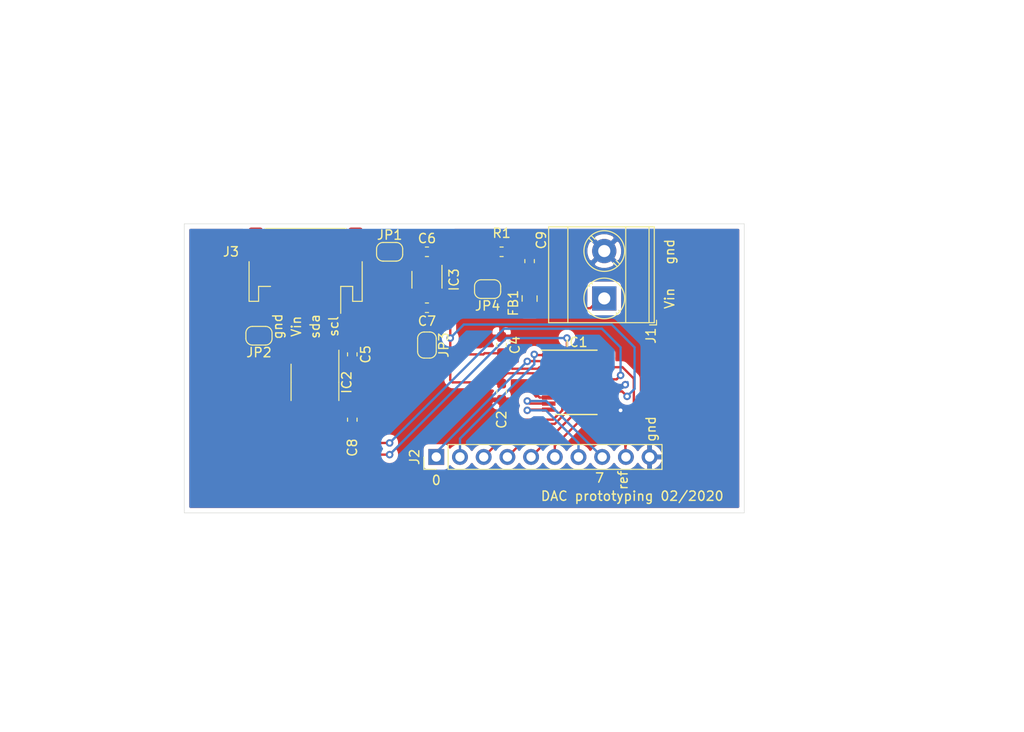
<source format=kicad_pcb>
(kicad_pcb (version 20171130) (host pcbnew "(5.1.5-0)")

  (general
    (thickness 1.6)
    (drawings 17)
    (tracks 188)
    (zones 0)
    (modules 19)
    (nets 24)
  )

  (page A4)
  (layers
    (0 F.Cu signal)
    (31 B.Cu signal)
    (32 B.Adhes user)
    (33 F.Adhes user)
    (34 B.Paste user)
    (35 F.Paste user)
    (36 B.SilkS user)
    (37 F.SilkS user)
    (38 B.Mask user)
    (39 F.Mask user)
    (40 Dwgs.User user)
    (41 Cmts.User user)
    (42 Eco1.User user)
    (43 Eco2.User user)
    (44 Edge.Cuts user)
    (45 Margin user)
    (46 B.CrtYd user)
    (47 F.CrtYd user)
    (48 B.Fab user)
    (49 F.Fab user hide)
  )

  (setup
    (last_trace_width 0.25)
    (trace_clearance 0.2)
    (zone_clearance 0.508)
    (zone_45_only no)
    (trace_min 0.2)
    (via_size 0.8)
    (via_drill 0.4)
    (via_min_size 0.4)
    (via_min_drill 0.3)
    (uvia_size 0.3)
    (uvia_drill 0.1)
    (uvias_allowed no)
    (uvia_min_size 0.2)
    (uvia_min_drill 0.1)
    (edge_width 0.05)
    (segment_width 0.2)
    (pcb_text_width 0.3)
    (pcb_text_size 1.5 1.5)
    (mod_edge_width 0.12)
    (mod_text_size 1 1)
    (mod_text_width 0.15)
    (pad_size 1.524 1.524)
    (pad_drill 0.762)
    (pad_to_mask_clearance 0.051)
    (solder_mask_min_width 0.25)
    (aux_axis_origin 0 0)
    (visible_elements FFFFFF7F)
    (pcbplotparams
      (layerselection 0x010fc_ffffffff)
      (usegerberextensions true)
      (usegerberattributes false)
      (usegerberadvancedattributes false)
      (creategerberjobfile false)
      (excludeedgelayer true)
      (linewidth 0.100000)
      (plotframeref false)
      (viasonmask false)
      (mode 1)
      (useauxorigin false)
      (hpglpennumber 1)
      (hpglpenspeed 20)
      (hpglpendiameter 15.000000)
      (psnegative false)
      (psa4output false)
      (plotreference true)
      (plotvalue true)
      (plotinvisibletext false)
      (padsonsilk false)
      (subtractmaskfromsilk false)
      (outputformat 1)
      (mirror false)
      (drillshape 0)
      (scaleselection 1)
      (outputdirectory "gerbers/v1/"))
  )

  (net 0 "")
  (net 1 GND)
  (net 2 /Vpower)
  (net 3 GNDD)
  (net 4 /Vin)
  (net 5 "Net-(C6-Pad1)")
  (net 6 "Net-(C7-Pad1)")
  (net 7 "Net-(C9-Pad2)")
  (net 8 "Net-(C9-Pad1)")
  (net 9 "Net-(FB1-Pad1)")
  (net 10 /v2)
  (net 11 /v3)
  (net 12 /vref)
  (net 13 /sda)
  (net 14 /v4)
  (net 15 /v5)
  (net 16 /v6)
  (net 17 /v7)
  (net 18 /scl)
  (net 19 /v0)
  (net 20 /v1)
  (net 21 "Net-(IC2-Pad3)")
  (net 22 "Net-(IC2-Pad2)")
  (net 23 "Net-(J3-PadMP)")

  (net_class Default "This is the default net class."
    (clearance 0.2)
    (trace_width 0.25)
    (via_dia 0.8)
    (via_drill 0.4)
    (uvia_dia 0.3)
    (uvia_drill 0.1)
    (add_net /Vin)
    (add_net /Vpower)
    (add_net /scl)
    (add_net /sda)
    (add_net /v0)
    (add_net /v1)
    (add_net /v2)
    (add_net /v3)
    (add_net /v4)
    (add_net /v5)
    (add_net /v6)
    (add_net /v7)
    (add_net /vref)
    (add_net GND)
    (add_net GNDD)
    (add_net "Net-(C6-Pad1)")
    (add_net "Net-(C7-Pad1)")
    (add_net "Net-(C9-Pad1)")
    (add_net "Net-(C9-Pad2)")
    (add_net "Net-(FB1-Pad1)")
    (add_net "Net-(IC2-Pad2)")
    (add_net "Net-(IC2-Pad3)")
    (add_net "Net-(IC3-Pad4)")
    (add_net "Net-(J3-PadMP)")
  )

  (module Package_TO_SOT_SMD:SOT-23-5 (layer F.Cu) (tedit 5A02FF57) (tstamp 5E3C3AED)
    (at 186 80 270)
    (descr "5-pin SOT23 package")
    (tags SOT-23-5)
    (path /5E3BD634)
    (attr smd)
    (fp_text reference IC3 (at 0 -2.9 90) (layer F.SilkS)
      (effects (font (size 1 1) (thickness 0.15)))
    )
    (fp_text value LP5907MFX-3.3 (at 0 2.9 90) (layer F.Fab)
      (effects (font (size 1 1) (thickness 0.15)))
    )
    (fp_line (start 0.9 -1.55) (end 0.9 1.55) (layer F.Fab) (width 0.1))
    (fp_line (start 0.9 1.55) (end -0.9 1.55) (layer F.Fab) (width 0.1))
    (fp_line (start -0.9 -0.9) (end -0.9 1.55) (layer F.Fab) (width 0.1))
    (fp_line (start 0.9 -1.55) (end -0.25 -1.55) (layer F.Fab) (width 0.1))
    (fp_line (start -0.9 -0.9) (end -0.25 -1.55) (layer F.Fab) (width 0.1))
    (fp_line (start -1.9 1.8) (end -1.9 -1.8) (layer F.CrtYd) (width 0.05))
    (fp_line (start 1.9 1.8) (end -1.9 1.8) (layer F.CrtYd) (width 0.05))
    (fp_line (start 1.9 -1.8) (end 1.9 1.8) (layer F.CrtYd) (width 0.05))
    (fp_line (start -1.9 -1.8) (end 1.9 -1.8) (layer F.CrtYd) (width 0.05))
    (fp_line (start 0.9 -1.61) (end -1.55 -1.61) (layer F.SilkS) (width 0.12))
    (fp_line (start -0.9 1.61) (end 0.9 1.61) (layer F.SilkS) (width 0.12))
    (fp_text user %R (at 0 0) (layer F.Fab)
      (effects (font (size 0.5 0.5) (thickness 0.075)))
    )
    (pad 5 smd rect (at 1.1 -0.95 270) (size 1.06 0.65) (layers F.Cu F.Paste F.Mask)
      (net 6 "Net-(C7-Pad1)"))
    (pad 4 smd rect (at 1.1 0.95 270) (size 1.06 0.65) (layers F.Cu F.Paste F.Mask))
    (pad 3 smd rect (at -1.1 0.95 270) (size 1.06 0.65) (layers F.Cu F.Paste F.Mask)
      (net 5 "Net-(C6-Pad1)"))
    (pad 2 smd rect (at -1.1 0 270) (size 1.06 0.65) (layers F.Cu F.Paste F.Mask)
      (net 3 GNDD))
    (pad 1 smd rect (at -1.1 -0.95 270) (size 1.06 0.65) (layers F.Cu F.Paste F.Mask)
      (net 5 "Net-(C6-Pad1)"))
    (model ${KISYS3DMOD}/Package_TO_SOT_SMD.3dshapes/SOT-23-5.wrl
      (at (xyz 0 0 0))
      (scale (xyz 1 1 1))
      (rotate (xyz 0 0 0))
    )
  )

  (module Resistor_SMD:R_0603_1608Metric_Pad1.05x0.95mm_HandSolder (layer F.Cu) (tedit 5B301BBD) (tstamp 5E3C3AD8)
    (at 194 77 180)
    (descr "Resistor SMD 0603 (1608 Metric), square (rectangular) end terminal, IPC_7351 nominal with elongated pad for handsoldering. (Body size source: http://www.tortai-tech.com/upload/download/2011102023233369053.pdf), generated with kicad-footprint-generator")
    (tags "resistor handsolder")
    (path /5E3A47C3)
    (attr smd)
    (fp_text reference R1 (at 0 2) (layer F.SilkS)
      (effects (font (size 1 1) (thickness 0.15)))
    )
    (fp_text value 2 (at 0 1.43) (layer F.Fab)
      (effects (font (size 1 1) (thickness 0.15)))
    )
    (fp_text user %R (at 0 0) (layer F.Fab)
      (effects (font (size 0.4 0.4) (thickness 0.06)))
    )
    (fp_line (start 1.65 0.73) (end -1.65 0.73) (layer F.CrtYd) (width 0.05))
    (fp_line (start 1.65 -0.73) (end 1.65 0.73) (layer F.CrtYd) (width 0.05))
    (fp_line (start -1.65 -0.73) (end 1.65 -0.73) (layer F.CrtYd) (width 0.05))
    (fp_line (start -1.65 0.73) (end -1.65 -0.73) (layer F.CrtYd) (width 0.05))
    (fp_line (start -0.171267 0.51) (end 0.171267 0.51) (layer F.SilkS) (width 0.12))
    (fp_line (start -0.171267 -0.51) (end 0.171267 -0.51) (layer F.SilkS) (width 0.12))
    (fp_line (start 0.8 0.4) (end -0.8 0.4) (layer F.Fab) (width 0.1))
    (fp_line (start 0.8 -0.4) (end 0.8 0.4) (layer F.Fab) (width 0.1))
    (fp_line (start -0.8 -0.4) (end 0.8 -0.4) (layer F.Fab) (width 0.1))
    (fp_line (start -0.8 0.4) (end -0.8 -0.4) (layer F.Fab) (width 0.1))
    (pad 2 smd roundrect (at 0.875 0 180) (size 1.05 0.95) (layers F.Cu F.Paste F.Mask) (roundrect_rratio 0.25)
      (net 1 GND))
    (pad 1 smd roundrect (at -0.875 0 180) (size 1.05 0.95) (layers F.Cu F.Paste F.Mask) (roundrect_rratio 0.25)
      (net 7 "Net-(C9-Pad2)"))
    (model ${KISYS3DMOD}/Resistor_SMD.3dshapes/R_0603_1608Metric.wrl
      (at (xyz 0 0 0))
      (scale (xyz 1 1 1))
      (rotate (xyz 0 0 0))
    )
  )

  (module Jumper:SolderJumper-2_P1.3mm_Open_RoundedPad1.0x1.5mm (layer F.Cu) (tedit 5B391E66) (tstamp 5E3C3AC7)
    (at 192.5 81 180)
    (descr "SMD Solder Jumper, 1x1.5mm, rounded Pads, 0.3mm gap, open")
    (tags "solder jumper open")
    (path /5E3C7DCE)
    (attr virtual)
    (fp_text reference JP4 (at 0 -1.8) (layer F.SilkS)
      (effects (font (size 1 1) (thickness 0.15)))
    )
    (fp_text value SolderJumper_2_Open (at 0 1.9) (layer F.Fab)
      (effects (font (size 1 1) (thickness 0.15)))
    )
    (fp_line (start 1.65 1.25) (end -1.65 1.25) (layer F.CrtYd) (width 0.05))
    (fp_line (start 1.65 1.25) (end 1.65 -1.25) (layer F.CrtYd) (width 0.05))
    (fp_line (start -1.65 -1.25) (end -1.65 1.25) (layer F.CrtYd) (width 0.05))
    (fp_line (start -1.65 -1.25) (end 1.65 -1.25) (layer F.CrtYd) (width 0.05))
    (fp_line (start -0.7 -1) (end 0.7 -1) (layer F.SilkS) (width 0.12))
    (fp_line (start 1.4 -0.3) (end 1.4 0.3) (layer F.SilkS) (width 0.12))
    (fp_line (start 0.7 1) (end -0.7 1) (layer F.SilkS) (width 0.12))
    (fp_line (start -1.4 0.3) (end -1.4 -0.3) (layer F.SilkS) (width 0.12))
    (fp_arc (start -0.7 -0.3) (end -0.7 -1) (angle -90) (layer F.SilkS) (width 0.12))
    (fp_arc (start -0.7 0.3) (end -1.4 0.3) (angle -90) (layer F.SilkS) (width 0.12))
    (fp_arc (start 0.7 0.3) (end 0.7 1) (angle -90) (layer F.SilkS) (width 0.12))
    (fp_arc (start 0.7 -0.3) (end 1.4 -0.3) (angle -90) (layer F.SilkS) (width 0.12))
    (pad 2 smd custom (at 0.65 0 180) (size 1 0.5) (layers F.Cu F.Mask)
      (net 2 /Vpower) (zone_connect 2)
      (options (clearance outline) (anchor rect))
      (primitives
        (gr_circle (center 0 0.25) (end 0.5 0.25) (width 0))
        (gr_circle (center 0 -0.25) (end 0.5 -0.25) (width 0))
        (gr_poly (pts
           (xy 0 -0.75) (xy -0.5 -0.75) (xy -0.5 0.75) (xy 0 0.75)) (width 0))
      ))
    (pad 1 smd custom (at -0.65 0 180) (size 1 0.5) (layers F.Cu F.Mask)
      (net 8 "Net-(C9-Pad1)") (zone_connect 2)
      (options (clearance outline) (anchor rect))
      (primitives
        (gr_circle (center 0 0.25) (end 0.5 0.25) (width 0))
        (gr_circle (center 0 -0.25) (end 0.5 -0.25) (width 0))
        (gr_poly (pts
           (xy 0 -0.75) (xy 0.5 -0.75) (xy 0.5 0.75) (xy 0 0.75)) (width 0))
      ))
  )

  (module Jumper:SolderJumper-2_P1.3mm_Open_RoundedPad1.0x1.5mm (layer F.Cu) (tedit 5B391E66) (tstamp 5E3C3AB5)
    (at 186 87 270)
    (descr "SMD Solder Jumper, 1x1.5mm, rounded Pads, 0.3mm gap, open")
    (tags "solder jumper open")
    (path /5E3C70DE)
    (attr virtual)
    (fp_text reference JP3 (at 0 -1.8 90) (layer F.SilkS)
      (effects (font (size 1 1) (thickness 0.15)))
    )
    (fp_text value SolderJumper_2_Open (at 0 1.9 90) (layer F.Fab)
      (effects (font (size 1 1) (thickness 0.15)))
    )
    (fp_line (start 1.65 1.25) (end -1.65 1.25) (layer F.CrtYd) (width 0.05))
    (fp_line (start 1.65 1.25) (end 1.65 -1.25) (layer F.CrtYd) (width 0.05))
    (fp_line (start -1.65 -1.25) (end -1.65 1.25) (layer F.CrtYd) (width 0.05))
    (fp_line (start -1.65 -1.25) (end 1.65 -1.25) (layer F.CrtYd) (width 0.05))
    (fp_line (start -0.7 -1) (end 0.7 -1) (layer F.SilkS) (width 0.12))
    (fp_line (start 1.4 -0.3) (end 1.4 0.3) (layer F.SilkS) (width 0.12))
    (fp_line (start 0.7 1) (end -0.7 1) (layer F.SilkS) (width 0.12))
    (fp_line (start -1.4 0.3) (end -1.4 -0.3) (layer F.SilkS) (width 0.12))
    (fp_arc (start -0.7 -0.3) (end -0.7 -1) (angle -90) (layer F.SilkS) (width 0.12))
    (fp_arc (start -0.7 0.3) (end -1.4 0.3) (angle -90) (layer F.SilkS) (width 0.12))
    (fp_arc (start 0.7 0.3) (end 0.7 1) (angle -90) (layer F.SilkS) (width 0.12))
    (fp_arc (start 0.7 -0.3) (end 1.4 -0.3) (angle -90) (layer F.SilkS) (width 0.12))
    (pad 2 smd custom (at 0.65 0 270) (size 1 0.5) (layers F.Cu F.Mask)
      (net 2 /Vpower) (zone_connect 2)
      (options (clearance outline) (anchor rect))
      (primitives
        (gr_circle (center 0 0.25) (end 0.5 0.25) (width 0))
        (gr_circle (center 0 -0.25) (end 0.5 -0.25) (width 0))
        (gr_poly (pts
           (xy 0 -0.75) (xy -0.5 -0.75) (xy -0.5 0.75) (xy 0 0.75)) (width 0))
      ))
    (pad 1 smd custom (at -0.65 0 270) (size 1 0.5) (layers F.Cu F.Mask)
      (net 6 "Net-(C7-Pad1)") (zone_connect 2)
      (options (clearance outline) (anchor rect))
      (primitives
        (gr_circle (center 0 0.25) (end 0.5 0.25) (width 0))
        (gr_circle (center 0 -0.25) (end 0.5 -0.25) (width 0))
        (gr_poly (pts
           (xy 0 -0.75) (xy 0.5 -0.75) (xy 0.5 0.75) (xy 0 0.75)) (width 0))
      ))
  )

  (module Jumper:SolderJumper-2_P1.3mm_Open_RoundedPad1.0x1.5mm (layer F.Cu) (tedit 5B391E66) (tstamp 5E3C3AA3)
    (at 168 86 180)
    (descr "SMD Solder Jumper, 1x1.5mm, rounded Pads, 0.3mm gap, open")
    (tags "solder jumper open")
    (path /5E3E216F)
    (attr virtual)
    (fp_text reference JP2 (at 0 -1.8) (layer F.SilkS)
      (effects (font (size 1 1) (thickness 0.15)))
    )
    (fp_text value SolderJumper_2_Open (at 0 1.9) (layer F.Fab)
      (effects (font (size 1 1) (thickness 0.15)))
    )
    (fp_line (start 1.65 1.25) (end -1.65 1.25) (layer F.CrtYd) (width 0.05))
    (fp_line (start 1.65 1.25) (end 1.65 -1.25) (layer F.CrtYd) (width 0.05))
    (fp_line (start -1.65 -1.25) (end -1.65 1.25) (layer F.CrtYd) (width 0.05))
    (fp_line (start -1.65 -1.25) (end 1.65 -1.25) (layer F.CrtYd) (width 0.05))
    (fp_line (start -0.7 -1) (end 0.7 -1) (layer F.SilkS) (width 0.12))
    (fp_line (start 1.4 -0.3) (end 1.4 0.3) (layer F.SilkS) (width 0.12))
    (fp_line (start 0.7 1) (end -0.7 1) (layer F.SilkS) (width 0.12))
    (fp_line (start -1.4 0.3) (end -1.4 -0.3) (layer F.SilkS) (width 0.12))
    (fp_arc (start -0.7 -0.3) (end -0.7 -1) (angle -90) (layer F.SilkS) (width 0.12))
    (fp_arc (start -0.7 0.3) (end -1.4 0.3) (angle -90) (layer F.SilkS) (width 0.12))
    (fp_arc (start 0.7 0.3) (end 0.7 1) (angle -90) (layer F.SilkS) (width 0.12))
    (fp_arc (start 0.7 -0.3) (end 1.4 -0.3) (angle -90) (layer F.SilkS) (width 0.12))
    (pad 2 smd custom (at 0.65 0 180) (size 1 0.5) (layers F.Cu F.Mask)
      (net 1 GND) (zone_connect 2)
      (options (clearance outline) (anchor rect))
      (primitives
        (gr_circle (center 0 0.25) (end 0.5 0.25) (width 0))
        (gr_circle (center 0 -0.25) (end 0.5 -0.25) (width 0))
        (gr_poly (pts
           (xy 0 -0.75) (xy -0.5 -0.75) (xy -0.5 0.75) (xy 0 0.75)) (width 0))
      ))
    (pad 1 smd custom (at -0.65 0 180) (size 1 0.5) (layers F.Cu F.Mask)
      (net 3 GNDD) (zone_connect 2)
      (options (clearance outline) (anchor rect))
      (primitives
        (gr_circle (center 0 0.25) (end 0.5 0.25) (width 0))
        (gr_circle (center 0 -0.25) (end 0.5 -0.25) (width 0))
        (gr_poly (pts
           (xy 0 -0.75) (xy 0.5 -0.75) (xy 0.5 0.75) (xy 0 0.75)) (width 0))
      ))
  )

  (module Jumper:SolderJumper-2_P1.3mm_Open_RoundedPad1.0x1.5mm (layer F.Cu) (tedit 5B391E66) (tstamp 5E3C3A91)
    (at 182 77)
    (descr "SMD Solder Jumper, 1x1.5mm, rounded Pads, 0.3mm gap, open")
    (tags "solder jumper open")
    (path /5E3C67D6)
    (attr virtual)
    (fp_text reference JP1 (at 0 -1.8) (layer F.SilkS)
      (effects (font (size 1 1) (thickness 0.15)))
    )
    (fp_text value SolderJumper_2_Open (at 0 1.9) (layer F.Fab)
      (effects (font (size 1 1) (thickness 0.15)))
    )
    (fp_line (start 1.65 1.25) (end -1.65 1.25) (layer F.CrtYd) (width 0.05))
    (fp_line (start 1.65 1.25) (end 1.65 -1.25) (layer F.CrtYd) (width 0.05))
    (fp_line (start -1.65 -1.25) (end -1.65 1.25) (layer F.CrtYd) (width 0.05))
    (fp_line (start -1.65 -1.25) (end 1.65 -1.25) (layer F.CrtYd) (width 0.05))
    (fp_line (start -0.7 -1) (end 0.7 -1) (layer F.SilkS) (width 0.12))
    (fp_line (start 1.4 -0.3) (end 1.4 0.3) (layer F.SilkS) (width 0.12))
    (fp_line (start 0.7 1) (end -0.7 1) (layer F.SilkS) (width 0.12))
    (fp_line (start -1.4 0.3) (end -1.4 -0.3) (layer F.SilkS) (width 0.12))
    (fp_arc (start -0.7 -0.3) (end -0.7 -1) (angle -90) (layer F.SilkS) (width 0.12))
    (fp_arc (start -0.7 0.3) (end -1.4 0.3) (angle -90) (layer F.SilkS) (width 0.12))
    (fp_arc (start 0.7 0.3) (end 0.7 1) (angle -90) (layer F.SilkS) (width 0.12))
    (fp_arc (start 0.7 -0.3) (end 1.4 -0.3) (angle -90) (layer F.SilkS) (width 0.12))
    (pad 2 smd custom (at 0.65 0) (size 1 0.5) (layers F.Cu F.Mask)
      (net 5 "Net-(C6-Pad1)") (zone_connect 2)
      (options (clearance outline) (anchor rect))
      (primitives
        (gr_circle (center 0 0.25) (end 0.5 0.25) (width 0))
        (gr_circle (center 0 -0.25) (end 0.5 -0.25) (width 0))
        (gr_poly (pts
           (xy 0 -0.75) (xy -0.5 -0.75) (xy -0.5 0.75) (xy 0 0.75)) (width 0))
      ))
    (pad 1 smd custom (at -0.65 0) (size 1 0.5) (layers F.Cu F.Mask)
      (net 4 /Vin) (zone_connect 2)
      (options (clearance outline) (anchor rect))
      (primitives
        (gr_circle (center 0 0.25) (end 0.5 0.25) (width 0))
        (gr_circle (center 0 -0.25) (end 0.5 -0.25) (width 0))
        (gr_poly (pts
           (xy 0 -0.75) (xy 0.5 -0.75) (xy 0.5 0.75) (xy 0 0.75)) (width 0))
      ))
  )

  (module TerminalBlock_Phoenix:TerminalBlock_Phoenix_MKDS-3-2-5.08_1x02_P5.08mm_Horizontal (layer F.Cu) (tedit 5B294F11) (tstamp 5E3C3A7F)
    (at 205 82 90)
    (descr "Terminal Block Phoenix MKDS-3-2-5.08, 2 pins, pitch 5.08mm, size 10.2x11.2mm^2, drill diamater 1.3mm, pad diameter 2.6mm, see http://www.farnell.com/datasheets/2138224.pdf, script-generated using https://github.com/pointhi/kicad-footprint-generator/scripts/TerminalBlock_Phoenix")
    (tags "THT Terminal Block Phoenix MKDS-3-2-5.08 pitch 5.08mm size 10.2x11.2mm^2 drill 1.3mm pad 2.6mm")
    (path /5E3A4799)
    (fp_text reference J1 (at -4 5 90) (layer F.SilkS)
      (effects (font (size 1 1) (thickness 0.15)))
    )
    (fp_text value "Phoenix 1711725" (at 2.54 6.36 90) (layer F.Fab)
      (effects (font (size 1 1) (thickness 0.15)))
    )
    (fp_text user %R (at 2.54 3.1 90) (layer F.Fab)
      (effects (font (size 1 1) (thickness 0.15)))
    )
    (fp_line (start 8.13 -6.4) (end -3.04 -6.4) (layer F.CrtYd) (width 0.05))
    (fp_line (start 8.13 5.8) (end 8.13 -6.4) (layer F.CrtYd) (width 0.05))
    (fp_line (start -3.04 5.8) (end 8.13 5.8) (layer F.CrtYd) (width 0.05))
    (fp_line (start -3.04 -6.4) (end -3.04 5.8) (layer F.CrtYd) (width 0.05))
    (fp_line (start -2.84 5.6) (end -2.34 5.6) (layer F.SilkS) (width 0.12))
    (fp_line (start -2.84 4.86) (end -2.84 5.6) (layer F.SilkS) (width 0.12))
    (fp_line (start 3.822 0.992) (end 3.427 1.388) (layer F.SilkS) (width 0.12))
    (fp_line (start 6.468 -1.654) (end 6.088 -1.274) (layer F.SilkS) (width 0.12))
    (fp_line (start 4.073 1.274) (end 3.693 1.654) (layer F.SilkS) (width 0.12))
    (fp_line (start 6.734 -1.388) (end 6.339 -0.992) (layer F.SilkS) (width 0.12))
    (fp_line (start 6.353 -1.517) (end 3.564 1.273) (layer F.Fab) (width 0.1))
    (fp_line (start 6.597 -1.273) (end 3.808 1.517) (layer F.Fab) (width 0.1))
    (fp_line (start -1.548 1.281) (end -1.654 1.388) (layer F.SilkS) (width 0.12))
    (fp_line (start 1.388 -1.654) (end 1.281 -1.547) (layer F.SilkS) (width 0.12))
    (fp_line (start -1.282 1.547) (end -1.388 1.654) (layer F.SilkS) (width 0.12))
    (fp_line (start 1.654 -1.388) (end 1.547 -1.281) (layer F.SilkS) (width 0.12))
    (fp_line (start 1.273 -1.517) (end -1.517 1.273) (layer F.Fab) (width 0.1))
    (fp_line (start 1.517 -1.273) (end -1.273 1.517) (layer F.Fab) (width 0.1))
    (fp_line (start 7.68 -5.96) (end 7.68 5.36) (layer F.SilkS) (width 0.12))
    (fp_line (start -2.6 -5.96) (end -2.6 5.36) (layer F.SilkS) (width 0.12))
    (fp_line (start -2.6 5.36) (end 7.68 5.36) (layer F.SilkS) (width 0.12))
    (fp_line (start -2.6 -5.96) (end 7.68 -5.96) (layer F.SilkS) (width 0.12))
    (fp_line (start -2.6 -3.9) (end 7.68 -3.9) (layer F.SilkS) (width 0.12))
    (fp_line (start -2.54 -3.9) (end 7.62 -3.9) (layer F.Fab) (width 0.1))
    (fp_line (start -2.6 2.3) (end 7.68 2.3) (layer F.SilkS) (width 0.12))
    (fp_line (start -2.54 2.3) (end 7.62 2.3) (layer F.Fab) (width 0.1))
    (fp_line (start -2.6 4.8) (end 7.68 4.8) (layer F.SilkS) (width 0.12))
    (fp_line (start -2.54 4.8) (end 7.62 4.8) (layer F.Fab) (width 0.1))
    (fp_line (start -2.54 4.8) (end -2.54 -5.9) (layer F.Fab) (width 0.1))
    (fp_line (start -2.04 5.3) (end -2.54 4.8) (layer F.Fab) (width 0.1))
    (fp_line (start 7.62 5.3) (end -2.04 5.3) (layer F.Fab) (width 0.1))
    (fp_line (start 7.62 -5.9) (end 7.62 5.3) (layer F.Fab) (width 0.1))
    (fp_line (start -2.54 -5.9) (end 7.62 -5.9) (layer F.Fab) (width 0.1))
    (fp_circle (center 5.08 0) (end 7.26 0) (layer F.SilkS) (width 0.12))
    (fp_circle (center 5.08 0) (end 7.08 0) (layer F.Fab) (width 0.1))
    (fp_circle (center 0 0) (end 2.18 0) (layer F.SilkS) (width 0.12))
    (fp_circle (center 0 0) (end 2 0) (layer F.Fab) (width 0.1))
    (pad 2 thru_hole circle (at 5.08 0 90) (size 2.6 2.6) (drill 1.3) (layers *.Cu *.Mask)
      (net 1 GND))
    (pad 1 thru_hole rect (at 0 0 90) (size 2.6 2.6) (drill 1.3) (layers *.Cu *.Mask)
      (net 9 "Net-(FB1-Pad1)"))
    (model ${KISYS3DMOD}/TerminalBlock_Phoenix.3dshapes/TerminalBlock_Phoenix_MKDS-3-2-5.08_1x02_P5.08mm_Horizontal.wrl
      (at (xyz 0 0 0))
      (scale (xyz 1 1 1))
      (rotate (xyz 0 0 0))
    )
  )

  (module Connector_PinHeader_2.54mm:PinHeader_1x10_P2.54mm_Vertical (layer F.Cu) (tedit 59FED5CC) (tstamp 5E3C4CF9)
    (at 187 99 90)
    (descr "Through hole straight pin header, 1x10, 2.54mm pitch, single row")
    (tags "Through hole pin header THT 1x10 2.54mm single row")
    (path /5E3F3CCD)
    (fp_text reference J2 (at 0 -2.33 90) (layer F.SilkS)
      (effects (font (size 1 1) (thickness 0.15)))
    )
    (fp_text value Conn_01x10_Male (at 0 25.19 90) (layer F.Fab)
      (effects (font (size 1 1) (thickness 0.15)))
    )
    (fp_text user %R (at 0 11.43) (layer F.Fab)
      (effects (font (size 1 1) (thickness 0.15)))
    )
    (fp_line (start 1.8 -1.8) (end -1.8 -1.8) (layer F.CrtYd) (width 0.05))
    (fp_line (start 1.8 24.65) (end 1.8 -1.8) (layer F.CrtYd) (width 0.05))
    (fp_line (start -1.8 24.65) (end 1.8 24.65) (layer F.CrtYd) (width 0.05))
    (fp_line (start -1.8 -1.8) (end -1.8 24.65) (layer F.CrtYd) (width 0.05))
    (fp_line (start -1.33 -1.33) (end 0 -1.33) (layer F.SilkS) (width 0.12))
    (fp_line (start -1.33 0) (end -1.33 -1.33) (layer F.SilkS) (width 0.12))
    (fp_line (start -1.33 1.27) (end 1.33 1.27) (layer F.SilkS) (width 0.12))
    (fp_line (start 1.33 1.27) (end 1.33 24.19) (layer F.SilkS) (width 0.12))
    (fp_line (start -1.33 1.27) (end -1.33 24.19) (layer F.SilkS) (width 0.12))
    (fp_line (start -1.33 24.19) (end 1.33 24.19) (layer F.SilkS) (width 0.12))
    (fp_line (start -1.27 -0.635) (end -0.635 -1.27) (layer F.Fab) (width 0.1))
    (fp_line (start -1.27 24.13) (end -1.27 -0.635) (layer F.Fab) (width 0.1))
    (fp_line (start 1.27 24.13) (end -1.27 24.13) (layer F.Fab) (width 0.1))
    (fp_line (start 1.27 -1.27) (end 1.27 24.13) (layer F.Fab) (width 0.1))
    (fp_line (start -0.635 -1.27) (end 1.27 -1.27) (layer F.Fab) (width 0.1))
    (pad 10 thru_hole oval (at 0 22.86 90) (size 1.7 1.7) (drill 1) (layers *.Cu *.Mask)
      (net 1 GND))
    (pad 9 thru_hole oval (at 0 20.32 90) (size 1.7 1.7) (drill 1) (layers *.Cu *.Mask)
      (net 12 /vref))
    (pad 8 thru_hole oval (at 0 17.78 90) (size 1.7 1.7) (drill 1) (layers *.Cu *.Mask)
      (net 17 /v7))
    (pad 7 thru_hole oval (at 0 15.24 90) (size 1.7 1.7) (drill 1) (layers *.Cu *.Mask)
      (net 16 /v6))
    (pad 6 thru_hole oval (at 0 12.7 90) (size 1.7 1.7) (drill 1) (layers *.Cu *.Mask)
      (net 15 /v5))
    (pad 5 thru_hole oval (at 0 10.16 90) (size 1.7 1.7) (drill 1) (layers *.Cu *.Mask)
      (net 14 /v4))
    (pad 4 thru_hole oval (at 0 7.62 90) (size 1.7 1.7) (drill 1) (layers *.Cu *.Mask)
      (net 11 /v3))
    (pad 3 thru_hole oval (at 0 5.08 90) (size 1.7 1.7) (drill 1) (layers *.Cu *.Mask)
      (net 10 /v2))
    (pad 2 thru_hole oval (at 0 2.54 90) (size 1.7 1.7) (drill 1) (layers *.Cu *.Mask)
      (net 20 /v1))
    (pad 1 thru_hole rect (at 0 0 90) (size 1.7 1.7) (drill 1) (layers *.Cu *.Mask)
      (net 19 /v0))
    (model ${KISYS3DMOD}/Connector_PinHeader_2.54mm.3dshapes/PinHeader_1x10_P2.54mm_Vertical.wrl
      (at (xyz 0 0 0))
      (scale (xyz 1 1 1))
      (rotate (xyz 0 0 0))
    )
  )

  (module Connector_JST:JST_PH_S4B-PH-SM4-TB_1x04-1MP_P2.00mm_Horizontal (layer F.Cu) (tedit 5B78AD87) (tstamp 5E3C3A35)
    (at 173 79 180)
    (descr "JST PH series connector, S4B-PH-SM4-TB (http://www.jst-mfg.com/product/pdf/eng/ePH.pdf), generated with kicad-footprint-generator")
    (tags "connector JST PH top entry")
    (path /5E395FAC)
    (attr smd)
    (fp_text reference J3 (at 8 2) (layer F.SilkS)
      (effects (font (size 1 1) (thickness 0.15)))
    )
    (fp_text value Conn_01x04_MountingPin (at 0 5.8) (layer F.Fab)
      (effects (font (size 1 1) (thickness 0.15)))
    )
    (fp_text user %R (at 0 1.5) (layer F.Fab)
      (effects (font (size 1 1) (thickness 0.15)))
    )
    (fp_line (start -3 -0.892893) (end -2.5 -1.6) (layer F.Fab) (width 0.1))
    (fp_line (start -3.5 -1.6) (end -3 -0.892893) (layer F.Fab) (width 0.1))
    (fp_line (start 6.6 -5.1) (end -6.6 -5.1) (layer F.CrtYd) (width 0.05))
    (fp_line (start 6.6 5.1) (end 6.6 -5.1) (layer F.CrtYd) (width 0.05))
    (fp_line (start -6.6 5.1) (end 6.6 5.1) (layer F.CrtYd) (width 0.05))
    (fp_line (start -6.6 -5.1) (end -6.6 5.1) (layer F.CrtYd) (width 0.05))
    (fp_line (start 5.95 -3.2) (end 5.95 4.4) (layer F.Fab) (width 0.1))
    (fp_line (start -5.95 -3.2) (end -5.95 4.4) (layer F.Fab) (width 0.1))
    (fp_line (start -5.95 4.4) (end 5.95 4.4) (layer F.Fab) (width 0.1))
    (fp_line (start -4.34 4.51) (end 4.34 4.51) (layer F.SilkS) (width 0.12))
    (fp_line (start 5.04 -1.71) (end 3.76 -1.71) (layer F.SilkS) (width 0.12))
    (fp_line (start 5.04 -3.31) (end 5.04 -1.71) (layer F.SilkS) (width 0.12))
    (fp_line (start 6.06 -3.31) (end 5.04 -3.31) (layer F.SilkS) (width 0.12))
    (fp_line (start 6.06 0.94) (end 6.06 -3.31) (layer F.SilkS) (width 0.12))
    (fp_line (start -3.76 -1.71) (end -3.76 -4.6) (layer F.SilkS) (width 0.12))
    (fp_line (start -5.04 -1.71) (end -3.76 -1.71) (layer F.SilkS) (width 0.12))
    (fp_line (start -5.04 -3.31) (end -5.04 -1.71) (layer F.SilkS) (width 0.12))
    (fp_line (start -6.06 -3.31) (end -5.04 -3.31) (layer F.SilkS) (width 0.12))
    (fp_line (start -6.06 0.94) (end -6.06 -3.31) (layer F.SilkS) (width 0.12))
    (fp_line (start 5.15 -3.2) (end 5.95 -3.2) (layer F.Fab) (width 0.1))
    (fp_line (start 5.15 -1.6) (end 5.15 -3.2) (layer F.Fab) (width 0.1))
    (fp_line (start -5.15 -1.6) (end 5.15 -1.6) (layer F.Fab) (width 0.1))
    (fp_line (start -5.15 -3.2) (end -5.15 -1.6) (layer F.Fab) (width 0.1))
    (fp_line (start -5.95 -3.2) (end -5.15 -3.2) (layer F.Fab) (width 0.1))
    (pad MP smd roundrect (at 5.35 2.9 180) (size 1.5 3.4) (layers F.Cu F.Paste F.Mask) (roundrect_rratio 0.166667)
      (net 23 "Net-(J3-PadMP)"))
    (pad MP smd roundrect (at -5.35 2.9 180) (size 1.5 3.4) (layers F.Cu F.Paste F.Mask) (roundrect_rratio 0.166667)
      (net 23 "Net-(J3-PadMP)"))
    (pad 4 smd roundrect (at 3 -2.85 180) (size 1 3.5) (layers F.Cu F.Paste F.Mask) (roundrect_rratio 0.25)
      (net 3 GNDD))
    (pad 3 smd roundrect (at 1 -2.85 180) (size 1 3.5) (layers F.Cu F.Paste F.Mask) (roundrect_rratio 0.25)
      (net 4 /Vin))
    (pad 2 smd roundrect (at -1 -2.85 180) (size 1 3.5) (layers F.Cu F.Paste F.Mask) (roundrect_rratio 0.25)
      (net 22 "Net-(IC2-Pad2)"))
    (pad 1 smd roundrect (at -3 -2.85 180) (size 1 3.5) (layers F.Cu F.Paste F.Mask) (roundrect_rratio 0.25)
      (net 21 "Net-(IC2-Pad3)"))
    (model ${KISYS3DMOD}/Connector_JST.3dshapes/JST_PH_S4B-PH-SM4-TB_1x04-1MP_P2.00mm_Horizontal.wrl
      (at (xyz 0 0 0))
      (scale (xyz 1 1 1))
      (rotate (xyz 0 0 0))
    )
  )

  (module Package_SO:SOIC-8_3.9x4.9mm_P1.27mm (layer F.Cu) (tedit 5D9F72B1) (tstamp 5E3C3A12)
    (at 174 91 270)
    (descr "SOIC, 8 Pin (JEDEC MS-012AA, https://www.analog.com/media/en/package-pcb-resources/package/pkg_pdf/soic_narrow-r/r_8.pdf), generated with kicad-footprint-generator ipc_gullwing_generator.py")
    (tags "SOIC SO")
    (path /5E319D26)
    (attr smd)
    (fp_text reference IC2 (at 0 -3.4 90) (layer F.SilkS)
      (effects (font (size 1 1) (thickness 0.15)))
    )
    (fp_text value ISO1541DR (at 0 3.4 90) (layer F.Fab)
      (effects (font (size 1 1) (thickness 0.15)))
    )
    (fp_text user %R (at 0 0 90) (layer F.Fab)
      (effects (font (size 0.98 0.98) (thickness 0.15)))
    )
    (fp_line (start 3.7 -2.7) (end -3.7 -2.7) (layer F.CrtYd) (width 0.05))
    (fp_line (start 3.7 2.7) (end 3.7 -2.7) (layer F.CrtYd) (width 0.05))
    (fp_line (start -3.7 2.7) (end 3.7 2.7) (layer F.CrtYd) (width 0.05))
    (fp_line (start -3.7 -2.7) (end -3.7 2.7) (layer F.CrtYd) (width 0.05))
    (fp_line (start -1.95 -1.475) (end -0.975 -2.45) (layer F.Fab) (width 0.1))
    (fp_line (start -1.95 2.45) (end -1.95 -1.475) (layer F.Fab) (width 0.1))
    (fp_line (start 1.95 2.45) (end -1.95 2.45) (layer F.Fab) (width 0.1))
    (fp_line (start 1.95 -2.45) (end 1.95 2.45) (layer F.Fab) (width 0.1))
    (fp_line (start -0.975 -2.45) (end 1.95 -2.45) (layer F.Fab) (width 0.1))
    (fp_line (start 0 -2.56) (end -3.45 -2.56) (layer F.SilkS) (width 0.12))
    (fp_line (start 0 -2.56) (end 1.95 -2.56) (layer F.SilkS) (width 0.12))
    (fp_line (start 0 2.56) (end -1.95 2.56) (layer F.SilkS) (width 0.12))
    (fp_line (start 0 2.56) (end 1.95 2.56) (layer F.SilkS) (width 0.12))
    (pad 8 smd roundrect (at 2.475 -1.905 270) (size 1.95 0.6) (layers F.Cu F.Paste F.Mask) (roundrect_rratio 0.25)
      (net 2 /Vpower))
    (pad 7 smd roundrect (at 2.475 -0.635 270) (size 1.95 0.6) (layers F.Cu F.Paste F.Mask) (roundrect_rratio 0.25)
      (net 13 /sda))
    (pad 6 smd roundrect (at 2.475 0.635 270) (size 1.95 0.6) (layers F.Cu F.Paste F.Mask) (roundrect_rratio 0.25)
      (net 18 /scl))
    (pad 5 smd roundrect (at 2.475 1.905 270) (size 1.95 0.6) (layers F.Cu F.Paste F.Mask) (roundrect_rratio 0.25)
      (net 1 GND))
    (pad 4 smd roundrect (at -2.475 1.905 270) (size 1.95 0.6) (layers F.Cu F.Paste F.Mask) (roundrect_rratio 0.25)
      (net 3 GNDD))
    (pad 3 smd roundrect (at -2.475 0.635 270) (size 1.95 0.6) (layers F.Cu F.Paste F.Mask) (roundrect_rratio 0.25)
      (net 21 "Net-(IC2-Pad3)"))
    (pad 2 smd roundrect (at -2.475 -0.635 270) (size 1.95 0.6) (layers F.Cu F.Paste F.Mask) (roundrect_rratio 0.25)
      (net 22 "Net-(IC2-Pad2)"))
    (pad 1 smd roundrect (at -2.475 -1.905 270) (size 1.95 0.6) (layers F.Cu F.Paste F.Mask) (roundrect_rratio 0.25)
      (net 4 /Vin))
    (model ${KISYS3DMOD}/Package_SO.3dshapes/SOIC-8_3.9x4.9mm_P1.27mm.wrl
      (at (xyz 0 0 0))
      (scale (xyz 1 1 1))
      (rotate (xyz 0 0 0))
    )
  )

  (module Package_SO:TSSOP-20_4.4x6.5mm_P0.65mm (layer F.Cu) (tedit 5A02F25C) (tstamp 5E3C39F8)
    (at 202 91)
    (descr "20-Lead Plastic Thin Shrink Small Outline (ST)-4.4 mm Body [TSSOP] (see Microchip Packaging Specification 00000049BS.pdf)")
    (tags "SSOP 0.65")
    (path /5E38E4F7)
    (attr smd)
    (fp_text reference IC1 (at 0 -4.3) (layer F.SilkS)
      (effects (font (size 1 1) (thickness 0.15)))
    )
    (fp_text value AD5675RBRUZ (at 0 4.3) (layer F.Fab)
      (effects (font (size 1 1) (thickness 0.15)))
    )
    (fp_text user %R (at 0 0) (layer F.Fab)
      (effects (font (size 0.8 0.8) (thickness 0.15)))
    )
    (fp_line (start -3.75 -3.45) (end 2.225 -3.45) (layer F.SilkS) (width 0.15))
    (fp_line (start -2.225 3.45) (end 2.225 3.45) (layer F.SilkS) (width 0.15))
    (fp_line (start -3.95 3.55) (end 3.95 3.55) (layer F.CrtYd) (width 0.05))
    (fp_line (start -3.95 -3.55) (end 3.95 -3.55) (layer F.CrtYd) (width 0.05))
    (fp_line (start 3.95 -3.55) (end 3.95 3.55) (layer F.CrtYd) (width 0.05))
    (fp_line (start -3.95 -3.55) (end -3.95 3.55) (layer F.CrtYd) (width 0.05))
    (fp_line (start -2.2 -2.25) (end -1.2 -3.25) (layer F.Fab) (width 0.15))
    (fp_line (start -2.2 3.25) (end -2.2 -2.25) (layer F.Fab) (width 0.15))
    (fp_line (start 2.2 3.25) (end -2.2 3.25) (layer F.Fab) (width 0.15))
    (fp_line (start 2.2 -3.25) (end 2.2 3.25) (layer F.Fab) (width 0.15))
    (fp_line (start -1.2 -3.25) (end 2.2 -3.25) (layer F.Fab) (width 0.15))
    (pad 20 smd rect (at 2.95 -2.925) (size 1.45 0.45) (layers F.Cu F.Paste F.Mask)
      (net 10 /v2))
    (pad 19 smd rect (at 2.95 -2.275) (size 1.45 0.45) (layers F.Cu F.Paste F.Mask)
      (net 11 /v3))
    (pad 18 smd rect (at 2.95 -1.625) (size 1.45 0.45) (layers F.Cu F.Paste F.Mask)
      (net 12 /vref))
    (pad 17 smd rect (at 2.95 -0.975) (size 1.45 0.45) (layers F.Cu F.Paste F.Mask)
      (net 2 /Vpower))
    (pad 16 smd rect (at 2.95 -0.325) (size 1.45 0.45) (layers F.Cu F.Paste F.Mask)
      (net 13 /sda))
    (pad 15 smd rect (at 2.95 0.325) (size 1.45 0.45) (layers F.Cu F.Paste F.Mask)
      (net 1 GND))
    (pad 14 smd rect (at 2.95 0.975) (size 1.45 0.45) (layers F.Cu F.Paste F.Mask)
      (net 2 /Vpower))
    (pad 13 smd rect (at 2.95 1.625) (size 1.45 0.45) (layers F.Cu F.Paste F.Mask)
      (net 1 GND))
    (pad 12 smd rect (at 2.95 2.275) (size 1.45 0.45) (layers F.Cu F.Paste F.Mask)
      (net 14 /v4))
    (pad 11 smd rect (at 2.95 2.925) (size 1.45 0.45) (layers F.Cu F.Paste F.Mask)
      (net 15 /v5))
    (pad 10 smd rect (at -2.95 2.925) (size 1.45 0.45) (layers F.Cu F.Paste F.Mask)
      (net 16 /v6))
    (pad 9 smd rect (at -2.95 2.275) (size 1.45 0.45) (layers F.Cu F.Paste F.Mask)
      (net 17 /v7))
    (pad 8 smd rect (at -2.95 1.625) (size 1.45 0.45) (layers F.Cu F.Paste F.Mask)
      (net 1 GND))
    (pad 7 smd rect (at -2.95 0.975) (size 1.45 0.45) (layers F.Cu F.Paste F.Mask)
      (net 1 GND))
    (pad 6 smd rect (at -2.95 0.325) (size 1.45 0.45) (layers F.Cu F.Paste F.Mask)
      (net 1 GND))
    (pad 5 smd rect (at -2.95 -0.325) (size 1.45 0.45) (layers F.Cu F.Paste F.Mask)
      (net 18 /scl))
    (pad 4 smd rect (at -2.95 -0.975) (size 1.45 0.45) (layers F.Cu F.Paste F.Mask)
      (net 2 /Vpower))
    (pad 3 smd rect (at -2.95 -1.625) (size 1.45 0.45) (layers F.Cu F.Paste F.Mask)
      (net 2 /Vpower))
    (pad 2 smd rect (at -2.95 -2.275) (size 1.45 0.45) (layers F.Cu F.Paste F.Mask)
      (net 19 /v0))
    (pad 1 smd rect (at -2.95 -2.925) (size 1.45 0.45) (layers F.Cu F.Paste F.Mask)
      (net 20 /v1))
    (model ${KISYS3DMOD}/Package_SO.3dshapes/TSSOP-20_4.4x6.5mm_P0.65mm.wrl
      (at (xyz 0 0 0))
      (scale (xyz 1 1 1))
      (rotate (xyz 0 0 0))
    )
  )

  (module digikey-footprints:0805 (layer F.Cu) (tedit 5995D0E3) (tstamp 5E3C39D4)
    (at 197 82 90)
    (path /5E3A47A8)
    (fp_text reference FB1 (at -0.5 -1.75 90) (layer F.SilkS)
      (effects (font (size 1 1) (thickness 0.15)))
    )
    (fp_text value MPZ2012S102AT000 (at 0 1.95 90) (layer F.Fab)
      (effects (font (size 1 1) (thickness 0.15)))
    )
    (fp_line (start -0.95 -0.675) (end -0.95 0.675) (layer F.Fab) (width 0.12))
    (fp_line (start 0.95 -0.675) (end 0.95 0.675) (layer F.Fab) (width 0.12))
    (fp_line (start -0.95 -0.68) (end 0.95 -0.68) (layer F.Fab) (width 0.12))
    (fp_line (start -0.95 0.68) (end 0.95 0.68) (layer F.Fab) (width 0.12))
    (fp_line (start -0.3 -0.8) (end 0.3 -0.8) (layer F.SilkS) (width 0.12))
    (fp_line (start -0.32 0.8) (end 0.28 0.8) (layer F.SilkS) (width 0.12))
    (fp_line (start -1.9 0.93) (end -1.9 -0.93) (layer F.CrtYd) (width 0.05))
    (fp_line (start 1.9 0.93) (end 1.9 -0.93) (layer F.CrtYd) (width 0.05))
    (fp_line (start -1.9 -0.93) (end 1.9 -0.93) (layer F.CrtYd) (width 0.05))
    (fp_line (start -1.9 0.93) (end 1.9 0.93) (layer F.CrtYd) (width 0.05))
    (pad 1 smd rect (at -1.05 0 90) (size 1.2 1.2) (layers F.Cu F.Paste F.Mask)
      (net 9 "Net-(FB1-Pad1)"))
    (pad 2 smd rect (at 1.05 0 90) (size 1.2 1.2) (layers F.Cu F.Paste F.Mask)
      (net 8 "Net-(C9-Pad1)"))
  )

  (module Capacitor_SMD:C_0603_1608Metric_Pad1.05x0.95mm_HandSolder (layer F.Cu) (tedit 5B301BBE) (tstamp 5E3C39C4)
    (at 197 78 90)
    (descr "Capacitor SMD 0603 (1608 Metric), square (rectangular) end terminal, IPC_7351 nominal with elongated pad for handsoldering. (Body size source: http://www.tortai-tech.com/upload/download/2011102023233369053.pdf), generated with kicad-footprint-generator")
    (tags "capacitor handsolder")
    (path /5E3D47B3)
    (attr smd)
    (fp_text reference C9 (at 2.25 1.25 90) (layer F.SilkS)
      (effects (font (size 1 1) (thickness 0.15)))
    )
    (fp_text value "1.0uF 25V X7R 0603" (at 0 1.43 90) (layer F.Fab)
      (effects (font (size 1 1) (thickness 0.15)))
    )
    (fp_text user %R (at 0 0 90) (layer F.Fab)
      (effects (font (size 0.4 0.4) (thickness 0.06)))
    )
    (fp_line (start 1.65 0.73) (end -1.65 0.73) (layer F.CrtYd) (width 0.05))
    (fp_line (start 1.65 -0.73) (end 1.65 0.73) (layer F.CrtYd) (width 0.05))
    (fp_line (start -1.65 -0.73) (end 1.65 -0.73) (layer F.CrtYd) (width 0.05))
    (fp_line (start -1.65 0.73) (end -1.65 -0.73) (layer F.CrtYd) (width 0.05))
    (fp_line (start -0.171267 0.51) (end 0.171267 0.51) (layer F.SilkS) (width 0.12))
    (fp_line (start -0.171267 -0.51) (end 0.171267 -0.51) (layer F.SilkS) (width 0.12))
    (fp_line (start 0.8 0.4) (end -0.8 0.4) (layer F.Fab) (width 0.1))
    (fp_line (start 0.8 -0.4) (end 0.8 0.4) (layer F.Fab) (width 0.1))
    (fp_line (start -0.8 -0.4) (end 0.8 -0.4) (layer F.Fab) (width 0.1))
    (fp_line (start -0.8 0.4) (end -0.8 -0.4) (layer F.Fab) (width 0.1))
    (pad 2 smd roundrect (at 0.875 0 90) (size 1.05 0.95) (layers F.Cu F.Paste F.Mask) (roundrect_rratio 0.25)
      (net 7 "Net-(C9-Pad2)"))
    (pad 1 smd roundrect (at -0.875 0 90) (size 1.05 0.95) (layers F.Cu F.Paste F.Mask) (roundrect_rratio 0.25)
      (net 8 "Net-(C9-Pad1)"))
    (model ${KISYS3DMOD}/Capacitor_SMD.3dshapes/C_0603_1608Metric.wrl
      (at (xyz 0 0 0))
      (scale (xyz 1 1 1))
      (rotate (xyz 0 0 0))
    )
  )

  (module Capacitor_SMD:C_0603_1608Metric_Pad1.05x0.95mm_HandSolder (layer F.Cu) (tedit 5B301BBE) (tstamp 5E3C39B3)
    (at 178 95 270)
    (descr "Capacitor SMD 0603 (1608 Metric), square (rectangular) end terminal, IPC_7351 nominal with elongated pad for handsoldering. (Body size source: http://www.tortai-tech.com/upload/download/2011102023233369053.pdf), generated with kicad-footprint-generator")
    (tags "capacitor handsolder")
    (path /5E3AAFBA)
    (attr smd)
    (fp_text reference C8 (at 3 0 90) (layer F.SilkS)
      (effects (font (size 1 1) (thickness 0.15)))
    )
    (fp_text value "0.1uF 50V X7R 0603" (at 0 1.43 90) (layer F.Fab)
      (effects (font (size 1 1) (thickness 0.15)))
    )
    (fp_text user %R (at 0 0 90) (layer F.Fab)
      (effects (font (size 0.4 0.4) (thickness 0.06)))
    )
    (fp_line (start 1.65 0.73) (end -1.65 0.73) (layer F.CrtYd) (width 0.05))
    (fp_line (start 1.65 -0.73) (end 1.65 0.73) (layer F.CrtYd) (width 0.05))
    (fp_line (start -1.65 -0.73) (end 1.65 -0.73) (layer F.CrtYd) (width 0.05))
    (fp_line (start -1.65 0.73) (end -1.65 -0.73) (layer F.CrtYd) (width 0.05))
    (fp_line (start -0.171267 0.51) (end 0.171267 0.51) (layer F.SilkS) (width 0.12))
    (fp_line (start -0.171267 -0.51) (end 0.171267 -0.51) (layer F.SilkS) (width 0.12))
    (fp_line (start 0.8 0.4) (end -0.8 0.4) (layer F.Fab) (width 0.1))
    (fp_line (start 0.8 -0.4) (end 0.8 0.4) (layer F.Fab) (width 0.1))
    (fp_line (start -0.8 -0.4) (end 0.8 -0.4) (layer F.Fab) (width 0.1))
    (fp_line (start -0.8 0.4) (end -0.8 -0.4) (layer F.Fab) (width 0.1))
    (pad 2 smd roundrect (at 0.875 0 270) (size 1.05 0.95) (layers F.Cu F.Paste F.Mask) (roundrect_rratio 0.25)
      (net 1 GND))
    (pad 1 smd roundrect (at -0.875 0 270) (size 1.05 0.95) (layers F.Cu F.Paste F.Mask) (roundrect_rratio 0.25)
      (net 2 /Vpower))
    (model ${KISYS3DMOD}/Capacitor_SMD.3dshapes/C_0603_1608Metric.wrl
      (at (xyz 0 0 0))
      (scale (xyz 1 1 1))
      (rotate (xyz 0 0 0))
    )
  )

  (module Capacitor_SMD:C_0603_1608Metric_Pad1.05x0.95mm_HandSolder (layer F.Cu) (tedit 5B301BBE) (tstamp 5E3C39A2)
    (at 186 83 180)
    (descr "Capacitor SMD 0603 (1608 Metric), square (rectangular) end terminal, IPC_7351 nominal with elongated pad for handsoldering. (Body size source: http://www.tortai-tech.com/upload/download/2011102023233369053.pdf), generated with kicad-footprint-generator")
    (tags "capacitor handsolder")
    (path /5E3C24C9)
    (attr smd)
    (fp_text reference C7 (at 0 -1.43) (layer F.SilkS)
      (effects (font (size 1 1) (thickness 0.15)))
    )
    (fp_text value "1.0uF 25V X7R 0603" (at 0 1.43) (layer F.Fab)
      (effects (font (size 1 1) (thickness 0.15)))
    )
    (fp_text user %R (at 0 0) (layer F.Fab)
      (effects (font (size 0.4 0.4) (thickness 0.06)))
    )
    (fp_line (start 1.65 0.73) (end -1.65 0.73) (layer F.CrtYd) (width 0.05))
    (fp_line (start 1.65 -0.73) (end 1.65 0.73) (layer F.CrtYd) (width 0.05))
    (fp_line (start -1.65 -0.73) (end 1.65 -0.73) (layer F.CrtYd) (width 0.05))
    (fp_line (start -1.65 0.73) (end -1.65 -0.73) (layer F.CrtYd) (width 0.05))
    (fp_line (start -0.171267 0.51) (end 0.171267 0.51) (layer F.SilkS) (width 0.12))
    (fp_line (start -0.171267 -0.51) (end 0.171267 -0.51) (layer F.SilkS) (width 0.12))
    (fp_line (start 0.8 0.4) (end -0.8 0.4) (layer F.Fab) (width 0.1))
    (fp_line (start 0.8 -0.4) (end 0.8 0.4) (layer F.Fab) (width 0.1))
    (fp_line (start -0.8 -0.4) (end 0.8 -0.4) (layer F.Fab) (width 0.1))
    (fp_line (start -0.8 0.4) (end -0.8 -0.4) (layer F.Fab) (width 0.1))
    (pad 2 smd roundrect (at 0.875 0 180) (size 1.05 0.95) (layers F.Cu F.Paste F.Mask) (roundrect_rratio 0.25)
      (net 1 GND))
    (pad 1 smd roundrect (at -0.875 0 180) (size 1.05 0.95) (layers F.Cu F.Paste F.Mask) (roundrect_rratio 0.25)
      (net 6 "Net-(C7-Pad1)"))
    (model ${KISYS3DMOD}/Capacitor_SMD.3dshapes/C_0603_1608Metric.wrl
      (at (xyz 0 0 0))
      (scale (xyz 1 1 1))
      (rotate (xyz 0 0 0))
    )
  )

  (module Capacitor_SMD:C_0603_1608Metric_Pad1.05x0.95mm_HandSolder (layer F.Cu) (tedit 5B301BBE) (tstamp 5E3C3991)
    (at 186 77)
    (descr "Capacitor SMD 0603 (1608 Metric), square (rectangular) end terminal, IPC_7351 nominal with elongated pad for handsoldering. (Body size source: http://www.tortai-tech.com/upload/download/2011102023233369053.pdf), generated with kicad-footprint-generator")
    (tags "capacitor handsolder")
    (path /5E3D4214)
    (attr smd)
    (fp_text reference C6 (at 0 -1.43) (layer F.SilkS)
      (effects (font (size 1 1) (thickness 0.15)))
    )
    (fp_text value "1.0uF 25V X7R 0603" (at 0 1.43) (layer F.Fab)
      (effects (font (size 1 1) (thickness 0.15)))
    )
    (fp_text user %R (at 0 0) (layer F.Fab)
      (effects (font (size 0.4 0.4) (thickness 0.06)))
    )
    (fp_line (start 1.65 0.73) (end -1.65 0.73) (layer F.CrtYd) (width 0.05))
    (fp_line (start 1.65 -0.73) (end 1.65 0.73) (layer F.CrtYd) (width 0.05))
    (fp_line (start -1.65 -0.73) (end 1.65 -0.73) (layer F.CrtYd) (width 0.05))
    (fp_line (start -1.65 0.73) (end -1.65 -0.73) (layer F.CrtYd) (width 0.05))
    (fp_line (start -0.171267 0.51) (end 0.171267 0.51) (layer F.SilkS) (width 0.12))
    (fp_line (start -0.171267 -0.51) (end 0.171267 -0.51) (layer F.SilkS) (width 0.12))
    (fp_line (start 0.8 0.4) (end -0.8 0.4) (layer F.Fab) (width 0.1))
    (fp_line (start 0.8 -0.4) (end 0.8 0.4) (layer F.Fab) (width 0.1))
    (fp_line (start -0.8 -0.4) (end 0.8 -0.4) (layer F.Fab) (width 0.1))
    (fp_line (start -0.8 0.4) (end -0.8 -0.4) (layer F.Fab) (width 0.1))
    (pad 2 smd roundrect (at 0.875 0) (size 1.05 0.95) (layers F.Cu F.Paste F.Mask) (roundrect_rratio 0.25)
      (net 3 GNDD))
    (pad 1 smd roundrect (at -0.875 0) (size 1.05 0.95) (layers F.Cu F.Paste F.Mask) (roundrect_rratio 0.25)
      (net 5 "Net-(C6-Pad1)"))
    (model ${KISYS3DMOD}/Capacitor_SMD.3dshapes/C_0603_1608Metric.wrl
      (at (xyz 0 0 0))
      (scale (xyz 1 1 1))
      (rotate (xyz 0 0 0))
    )
  )

  (module Capacitor_SMD:C_0603_1608Metric_Pad1.05x0.95mm_HandSolder (layer F.Cu) (tedit 5B301BBE) (tstamp 5E3C3980)
    (at 178 88 270)
    (descr "Capacitor SMD 0603 (1608 Metric), square (rectangular) end terminal, IPC_7351 nominal with elongated pad for handsoldering. (Body size source: http://www.tortai-tech.com/upload/download/2011102023233369053.pdf), generated with kicad-footprint-generator")
    (tags "capacitor handsolder")
    (path /5E3DC4F8)
    (attr smd)
    (fp_text reference C5 (at 0 -1.43 90) (layer F.SilkS)
      (effects (font (size 1 1) (thickness 0.15)))
    )
    (fp_text value "0.1uF 50V X7R 0603" (at 0 1.43 90) (layer F.Fab)
      (effects (font (size 1 1) (thickness 0.15)))
    )
    (fp_text user %R (at 0 0 90) (layer F.Fab)
      (effects (font (size 0.4 0.4) (thickness 0.06)))
    )
    (fp_line (start 1.65 0.73) (end -1.65 0.73) (layer F.CrtYd) (width 0.05))
    (fp_line (start 1.65 -0.73) (end 1.65 0.73) (layer F.CrtYd) (width 0.05))
    (fp_line (start -1.65 -0.73) (end 1.65 -0.73) (layer F.CrtYd) (width 0.05))
    (fp_line (start -1.65 0.73) (end -1.65 -0.73) (layer F.CrtYd) (width 0.05))
    (fp_line (start -0.171267 0.51) (end 0.171267 0.51) (layer F.SilkS) (width 0.12))
    (fp_line (start -0.171267 -0.51) (end 0.171267 -0.51) (layer F.SilkS) (width 0.12))
    (fp_line (start 0.8 0.4) (end -0.8 0.4) (layer F.Fab) (width 0.1))
    (fp_line (start 0.8 -0.4) (end 0.8 0.4) (layer F.Fab) (width 0.1))
    (fp_line (start -0.8 -0.4) (end 0.8 -0.4) (layer F.Fab) (width 0.1))
    (fp_line (start -0.8 0.4) (end -0.8 -0.4) (layer F.Fab) (width 0.1))
    (pad 2 smd roundrect (at 0.875 0 270) (size 1.05 0.95) (layers F.Cu F.Paste F.Mask) (roundrect_rratio 0.25)
      (net 3 GNDD))
    (pad 1 smd roundrect (at -0.875 0 270) (size 1.05 0.95) (layers F.Cu F.Paste F.Mask) (roundrect_rratio 0.25)
      (net 4 /Vin))
    (model ${KISYS3DMOD}/Capacitor_SMD.3dshapes/C_0603_1608Metric.wrl
      (at (xyz 0 0 0))
      (scale (xyz 1 1 1))
      (rotate (xyz 0 0 0))
    )
  )

  (module Capacitor_SMD:C_0603_1608Metric_Pad1.05x0.95mm_HandSolder (layer F.Cu) (tedit 5B301BBE) (tstamp 5E3C396F)
    (at 194 87 270)
    (descr "Capacitor SMD 0603 (1608 Metric), square (rectangular) end terminal, IPC_7351 nominal with elongated pad for handsoldering. (Body size source: http://www.tortai-tech.com/upload/download/2011102023233369053.pdf), generated with kicad-footprint-generator")
    (tags "capacitor handsolder")
    (path /5E3D6FB9)
    (attr smd)
    (fp_text reference C4 (at 0 -1.43 90) (layer F.SilkS)
      (effects (font (size 1 1) (thickness 0.15)))
    )
    (fp_text value "0.1uF 50V X7R 0603" (at 0 1.43 90) (layer F.Fab)
      (effects (font (size 1 1) (thickness 0.15)))
    )
    (fp_text user %R (at 0 0 90) (layer F.Fab)
      (effects (font (size 0.4 0.4) (thickness 0.06)))
    )
    (fp_line (start 1.65 0.73) (end -1.65 0.73) (layer F.CrtYd) (width 0.05))
    (fp_line (start 1.65 -0.73) (end 1.65 0.73) (layer F.CrtYd) (width 0.05))
    (fp_line (start -1.65 -0.73) (end 1.65 -0.73) (layer F.CrtYd) (width 0.05))
    (fp_line (start -1.65 0.73) (end -1.65 -0.73) (layer F.CrtYd) (width 0.05))
    (fp_line (start -0.171267 0.51) (end 0.171267 0.51) (layer F.SilkS) (width 0.12))
    (fp_line (start -0.171267 -0.51) (end 0.171267 -0.51) (layer F.SilkS) (width 0.12))
    (fp_line (start 0.8 0.4) (end -0.8 0.4) (layer F.Fab) (width 0.1))
    (fp_line (start 0.8 -0.4) (end 0.8 0.4) (layer F.Fab) (width 0.1))
    (fp_line (start -0.8 -0.4) (end 0.8 -0.4) (layer F.Fab) (width 0.1))
    (fp_line (start -0.8 0.4) (end -0.8 -0.4) (layer F.Fab) (width 0.1))
    (pad 2 smd roundrect (at 0.875 0 270) (size 1.05 0.95) (layers F.Cu F.Paste F.Mask) (roundrect_rratio 0.25)
      (net 2 /Vpower))
    (pad 1 smd roundrect (at -0.875 0 270) (size 1.05 0.95) (layers F.Cu F.Paste F.Mask) (roundrect_rratio 0.25)
      (net 1 GND))
    (model ${KISYS3DMOD}/Capacitor_SMD.3dshapes/C_0603_1608Metric.wrl
      (at (xyz 0 0 0))
      (scale (xyz 1 1 1))
      (rotate (xyz 0 0 0))
    )
  )

  (module Capacitor_SMD:C_0603_1608Metric_Pad1.05x0.95mm_HandSolder (layer F.Cu) (tedit 5B301BBE) (tstamp 5E3C3945)
    (at 194 92 90)
    (descr "Capacitor SMD 0603 (1608 Metric), square (rectangular) end terminal, IPC_7351 nominal with elongated pad for handsoldering. (Body size source: http://www.tortai-tech.com/upload/download/2011102023233369053.pdf), generated with kicad-footprint-generator")
    (tags "capacitor handsolder")
    (path /5E3DAF37)
    (attr smd)
    (fp_text reference C2 (at -3 0 90) (layer F.SilkS)
      (effects (font (size 1 1) (thickness 0.15)))
    )
    (fp_text value "0.1uF 50V X7R 0603" (at 0 1.43 90) (layer F.Fab)
      (effects (font (size 1 1) (thickness 0.15)))
    )
    (fp_text user %R (at 0 0 90) (layer F.Fab)
      (effects (font (size 0.4 0.4) (thickness 0.06)))
    )
    (fp_line (start 1.65 0.73) (end -1.65 0.73) (layer F.CrtYd) (width 0.05))
    (fp_line (start 1.65 -0.73) (end 1.65 0.73) (layer F.CrtYd) (width 0.05))
    (fp_line (start -1.65 -0.73) (end 1.65 -0.73) (layer F.CrtYd) (width 0.05))
    (fp_line (start -1.65 0.73) (end -1.65 -0.73) (layer F.CrtYd) (width 0.05))
    (fp_line (start -0.171267 0.51) (end 0.171267 0.51) (layer F.SilkS) (width 0.12))
    (fp_line (start -0.171267 -0.51) (end 0.171267 -0.51) (layer F.SilkS) (width 0.12))
    (fp_line (start 0.8 0.4) (end -0.8 0.4) (layer F.Fab) (width 0.1))
    (fp_line (start 0.8 -0.4) (end 0.8 0.4) (layer F.Fab) (width 0.1))
    (fp_line (start -0.8 -0.4) (end 0.8 -0.4) (layer F.Fab) (width 0.1))
    (fp_line (start -0.8 0.4) (end -0.8 -0.4) (layer F.Fab) (width 0.1))
    (pad 2 smd roundrect (at 0.875 0 90) (size 1.05 0.95) (layers F.Cu F.Paste F.Mask) (roundrect_rratio 0.25)
      (net 2 /Vpower))
    (pad 1 smd roundrect (at -0.875 0 90) (size 1.05 0.95) (layers F.Cu F.Paste F.Mask) (roundrect_rratio 0.25)
      (net 1 GND))
    (model ${KISYS3DMOD}/Capacitor_SMD.3dshapes/C_0603_1608Metric.wrl
      (at (xyz 0 0 0))
      (scale (xyz 1 1 1))
      (rotate (xyz 0 0 0))
    )
  )

  (dimension 31 (width 0.15) (layer Dwgs.User)
    (gr_text "31.000 mm" (at 228.3 89.5 270) (layer Dwgs.User)
      (effects (font (size 1 1) (thickness 0.15)))
    )
    (feature1 (pts (xy 220 105) (xy 227.586421 105)))
    (feature2 (pts (xy 220 74) (xy 227.586421 74)))
    (crossbar (pts (xy 227 74) (xy 227 105)))
    (arrow1a (pts (xy 227 105) (xy 226.413579 103.873496)))
    (arrow1b (pts (xy 227 105) (xy 227.586421 103.873496)))
    (arrow2a (pts (xy 227 74) (xy 226.413579 75.126504)))
    (arrow2b (pts (xy 227 74) (xy 227.586421 75.126504)))
  )
  (dimension 60 (width 0.15) (layer Dwgs.User)
    (gr_text "60.000 mm" (at 190 68.7) (layer Dwgs.User)
      (effects (font (size 1 1) (thickness 0.15)))
    )
    (feature1 (pts (xy 220 74) (xy 220 69.413579)))
    (feature2 (pts (xy 160 74) (xy 160 69.413579)))
    (crossbar (pts (xy 160 70) (xy 220 70)))
    (arrow1a (pts (xy 220 70) (xy 218.873496 70.586421)))
    (arrow1b (pts (xy 220 70) (xy 218.873496 69.413579)))
    (arrow2a (pts (xy 160 70) (xy 161.126504 70.586421)))
    (arrow2b (pts (xy 160 70) (xy 161.126504 69.413579)))
  )
  (gr_text 7 (at 204.5 101.25) (layer F.SilkS) (tstamp 5E3DF21C)
    (effects (font (size 1 1) (thickness 0.15)))
  )
  (gr_text 0 (at 187 101.5) (layer F.SilkS)
    (effects (font (size 1 1) (thickness 0.15)))
  )
  (gr_text ref (at 207 101.5 90) (layer F.SilkS) (tstamp 5E3DF21C)
    (effects (font (size 1 1) (thickness 0.15)))
  )
  (gr_text gnd (at 210 96 90) (layer F.SilkS) (tstamp 5E3DF21C)
    (effects (font (size 1 1) (thickness 0.15)))
  )
  (gr_text gnd (at 212 77 90) (layer F.SilkS) (tstamp 5E3DF21C)
    (effects (font (size 1 1) (thickness 0.15)))
  )
  (gr_text Vin (at 212 82 90) (layer F.SilkS) (tstamp 5E3DF21C)
    (effects (font (size 1 1) (thickness 0.15)))
  )
  (gr_text sda (at 174 85 90) (layer F.SilkS)
    (effects (font (size 1 1) (thickness 0.15)))
  )
  (gr_text scl (at 176 85 90) (layer F.SilkS)
    (effects (font (size 1 1) (thickness 0.15)))
  )
  (gr_text Vin (at 172 85 90) (layer F.SilkS)
    (effects (font (size 1 1) (thickness 0.15)))
  )
  (gr_text gnd (at 170 85 90) (layer F.SilkS)
    (effects (font (size 1 1) (thickness 0.15)))
  )
  (gr_line (start 160 105) (end 160 74) (layer Edge.Cuts) (width 0.05) (tstamp 5E3DF0C4))
  (gr_line (start 220 74) (end 220 105) (layer Edge.Cuts) (width 0.05) (tstamp 5E3DF0BD))
  (gr_line (start 160 74) (end 220 74) (layer Edge.Cuts) (width 0.05))
  (gr_text "DAC prototyping 02/2020\n\n" (at 208 104) (layer F.SilkS)
    (effects (font (size 1 1) (thickness 0.15)))
  )
  (gr_line (start 220 105) (end 160 105) (layer Edge.Cuts) (width 0.05))

  (segment (start 198.075 91.325) (end 197.75 91.65) (width 0.25) (layer F.Cu) (net 1))
  (segment (start 199.05 91.325) (end 198.075 91.325) (width 0.25) (layer F.Cu) (net 1))
  (segment (start 197.75 91.65) (end 197.75 92) (width 0.25) (layer F.Cu) (net 1))
  (segment (start 197.775 91.975) (end 199.05 91.975) (width 0.25) (layer F.Cu) (net 1))
  (segment (start 197.75 92) (end 197.775 91.975) (width 0.25) (layer F.Cu) (net 1))
  (segment (start 197.75 92.3) (end 197.75 92) (width 0.25) (layer F.Cu) (net 1))
  (segment (start 198.075 92.625) (end 197.75 92.3) (width 0.25) (layer F.Cu) (net 1))
  (segment (start 199.05 92.625) (end 198.075 92.625) (width 0.25) (layer F.Cu) (net 1))
  (via (at 207.25 91.25) (size 0.8) (drill 0.4) (layers F.Cu B.Cu) (net 1))
  (segment (start 207.175 91.325) (end 207.25 91.25) (width 0.25) (layer F.Cu) (net 1))
  (segment (start 204.95 91.325) (end 207.175 91.325) (width 0.25) (layer F.Cu) (net 1))
  (via (at 206.75 94) (size 0.8) (drill 0.4) (layers F.Cu B.Cu) (net 1))
  (segment (start 205.925 92.625) (end 206.75 93.45) (width 0.25) (layer F.Cu) (net 1))
  (segment (start 206.75 93.45) (end 206.75 94) (width 0.25) (layer F.Cu) (net 1))
  (segment (start 204.95 92.625) (end 205.925 92.625) (width 0.25) (layer F.Cu) (net 1))
  (segment (start 194.575 90.025) (end 194 90.6) (width 0.25) (layer F.Cu) (net 2))
  (segment (start 194 90.6) (end 194 91.125) (width 0.25) (layer F.Cu) (net 2))
  (segment (start 199.05 90.025) (end 194.575 90.025) (width 0.25) (layer F.Cu) (net 2))
  (segment (start 203.975 90.025) (end 203.75 90.25) (width 0.25) (layer F.Cu) (net 2))
  (segment (start 204.95 90.025) (end 203.975 90.025) (width 0.25) (layer F.Cu) (net 2))
  (segment (start 203.975 91.975) (end 204.95 91.975) (width 0.25) (layer F.Cu) (net 2))
  (segment (start 203.75 91.75) (end 203.975 91.975) (width 0.25) (layer F.Cu) (net 2))
  (segment (start 203.75 90.25) (end 203.75 91.75) (width 0.25) (layer F.Cu) (net 2))
  (segment (start 186.35 88) (end 186 87.65) (width 0.25) (layer F.Cu) (net 2))
  (segment (start 188.5 88) (end 186.35 88) (width 0.25) (layer F.Cu) (net 2))
  (via (at 207.444999 92.5) (size 0.8) (drill 0.4) (layers F.Cu B.Cu) (net 2))
  (segment (start 206.919999 91.975) (end 207.444999 92.5) (width 0.25) (layer F.Cu) (net 2))
  (segment (start 204.95 91.975) (end 206.919999 91.975) (width 0.25) (layer F.Cu) (net 2))
  (segment (start 177.875 93.475) (end 178 93.6) (width 0.25) (layer F.Cu) (net 2))
  (segment (start 175.905 93.475) (end 177.875 93.475) (width 0.25) (layer F.Cu) (net 2))
  (segment (start 178 93.6) (end 178 94.125) (width 0.25) (layer F.Cu) (net 2))
  (segment (start 183.95 87.65) (end 178 93.6) (width 0.25) (layer F.Cu) (net 2))
  (segment (start 186 87.65) (end 183.95 87.65) (width 0.25) (layer F.Cu) (net 2))
  (segment (start 191.85 81) (end 191 81) (width 0.25) (layer F.Cu) (net 2))
  (segment (start 191 81) (end 188.5 83.5) (width 0.25) (layer F.Cu) (net 2))
  (segment (start 188.5 88) (end 188.5 88.5) (width 0.25) (layer F.Cu) (net 2))
  (segment (start 189.950009 84.799991) (end 188.5 86.25) (width 0.25) (layer B.Cu) (net 2))
  (segment (start 205.799991 84.799991) (end 189.950009 84.799991) (width 0.25) (layer B.Cu) (net 2))
  (segment (start 208.25 87.25) (end 205.799991 84.799991) (width 0.25) (layer B.Cu) (net 2))
  (segment (start 208.25 91.694999) (end 208.25 87.25) (width 0.25) (layer B.Cu) (net 2))
  (via (at 188.5 86.25) (size 0.8) (drill 0.4) (layers F.Cu B.Cu) (net 2))
  (segment (start 207.444999 92.5) (end 208.25 91.694999) (width 0.25) (layer B.Cu) (net 2))
  (segment (start 188.5 86.25) (end 188.5 88.5) (width 0.25) (layer F.Cu) (net 2))
  (segment (start 188.5 83.5) (end 188.5 86.25) (width 0.25) (layer F.Cu) (net 2))
  (segment (start 198.075 89.375) (end 199.05 89.375) (width 0.25) (layer F.Cu) (net 2))
  (segment (start 197.910001 89.539999) (end 198.075 89.375) (width 0.25) (layer F.Cu) (net 2))
  (segment (start 195.139999 89.539999) (end 197.910001 89.539999) (width 0.25) (layer F.Cu) (net 2))
  (segment (start 194 88.4) (end 195.139999 89.539999) (width 0.25) (layer F.Cu) (net 2))
  (segment (start 194 87.875) (end 194 88.4) (width 0.25) (layer F.Cu) (net 2))
  (segment (start 188.5 90.75) (end 188.5 88.5) (width 0.25) (layer F.Cu) (net 2))
  (segment (start 188.75 91) (end 188.5 90.75) (width 0.25) (layer F.Cu) (net 2))
  (segment (start 192.05 91) (end 188.75 91) (width 0.25) (layer F.Cu) (net 2))
  (segment (start 192.175 91.125) (end 192.05 91) (width 0.25) (layer F.Cu) (net 2))
  (segment (start 194 91.125) (end 192.175 91.125) (width 0.25) (layer F.Cu) (net 2))
  (segment (start 192.175 87.875) (end 194 87.875) (width 0.25) (layer F.Cu) (net 2))
  (segment (start 192.05 88) (end 192.175 87.875) (width 0.25) (layer F.Cu) (net 2))
  (segment (start 188.5 88) (end 192.05 88) (width 0.25) (layer F.Cu) (net 2))
  (segment (start 169.5 85.93) (end 171.795 88.225) (width 0.25) (layer F.Cu) (net 3))
  (segment (start 171.795 88.225) (end 172.095 88.525) (width 0.25) (layer F.Cu) (net 3))
  (segment (start 169.5 82.35) (end 169.5 85.93) (width 0.25) (layer F.Cu) (net 3))
  (segment (start 170 81.85) (end 169.5 82.35) (width 0.25) (layer F.Cu) (net 3))
  (segment (start 169.43 86) (end 169.5 85.93) (width 0.25) (layer F.Cu) (net 3))
  (segment (start 168.65 86) (end 169.43 86) (width 0.25) (layer F.Cu) (net 3))
  (segment (start 178 89.4) (end 178 88.875) (width 0.25) (layer F.Cu) (net 3))
  (segment (start 172.095 88.525) (end 172.095 89.5) (width 0.25) (layer F.Cu) (net 3))
  (segment (start 178 89.4) (end 177.15 90.25) (width 0.25) (layer F.Cu) (net 3))
  (segment (start 172.845 90.25) (end 172.095 89.5) (width 0.25) (layer F.Cu) (net 3))
  (segment (start 177.15 90.25) (end 172.845 90.25) (width 0.25) (layer F.Cu) (net 3))
  (segment (start 186 77.875) (end 186 78.9) (width 0.25) (layer F.Cu) (net 3))
  (segment (start 186.875 77) (end 186 77.875) (width 0.25) (layer F.Cu) (net 3))
  (segment (start 186 79.68) (end 185.68 80) (width 0.25) (layer F.Cu) (net 3))
  (segment (start 186 78.9) (end 186 79.68) (width 0.25) (layer F.Cu) (net 3))
  (segment (start 184.709998 80) (end 180.5 84.209998) (width 0.25) (layer F.Cu) (net 3))
  (segment (start 185.68 80) (end 184.709998 80) (width 0.25) (layer F.Cu) (net 3))
  (segment (start 178.475 88.875) (end 178 88.875) (width 0.25) (layer F.Cu) (net 3))
  (segment (start 180.5 86.85) (end 178.475 88.875) (width 0.25) (layer F.Cu) (net 3))
  (segment (start 180.5 84.209998) (end 180.5 86.85) (width 0.25) (layer F.Cu) (net 3))
  (segment (start 172 80.1) (end 173.35 78.75) (width 0.25) (layer F.Cu) (net 4))
  (segment (start 172 81.85) (end 172 80.1) (width 0.25) (layer F.Cu) (net 4))
  (segment (start 179.6 78.75) (end 181.35 77) (width 0.25) (layer F.Cu) (net 4))
  (segment (start 173.35 78.75) (end 179.6 78.75) (width 0.25) (layer F.Cu) (net 4))
  (segment (start 179.6 78.75) (end 179.6 85.6) (width 0.25) (layer F.Cu) (net 4))
  (segment (start 178 86.6) (end 178 87.125) (width 0.25) (layer F.Cu) (net 4))
  (segment (start 179 85.6) (end 178 86.6) (width 0.25) (layer F.Cu) (net 4))
  (segment (start 179.6 85.6) (end 179 85.6) (width 0.25) (layer F.Cu) (net 4))
  (segment (start 177.305 87.125) (end 175.905 88.525) (width 0.25) (layer F.Cu) (net 4))
  (segment (start 178 87.125) (end 177.305 87.125) (width 0.25) (layer F.Cu) (net 4))
  (segment (start 185.125 78.825) (end 185.05 78.9) (width 0.25) (layer F.Cu) (net 5))
  (segment (start 185.125 77) (end 185.125 78.825) (width 0.25) (layer F.Cu) (net 5))
  (segment (start 182.65 77) (end 185.125 77) (width 0.25) (layer F.Cu) (net 5))
  (segment (start 187.525 78.9) (end 188.5 77.925) (width 0.25) (layer F.Cu) (net 5))
  (segment (start 186.95 78.9) (end 187.525 78.9) (width 0.25) (layer F.Cu) (net 5))
  (segment (start 188.5 77.925) (end 188.5 75.25) (width 0.25) (layer F.Cu) (net 5))
  (segment (start 186.4 75.25) (end 185.125 76.525) (width 0.25) (layer F.Cu) (net 5))
  (segment (start 185.125 76.525) (end 185.125 77) (width 0.25) (layer F.Cu) (net 5))
  (segment (start 188.5 75.25) (end 186.4 75.25) (width 0.25) (layer F.Cu) (net 5))
  (segment (start 186.875 85.475) (end 186 86.35) (width 0.25) (layer F.Cu) (net 6))
  (segment (start 186.875 83) (end 186.875 85.475) (width 0.25) (layer F.Cu) (net 6))
  (segment (start 186.95 82.925) (end 186.875 83) (width 0.25) (layer F.Cu) (net 6))
  (segment (start 186.95 81.1) (end 186.95 82.925) (width 0.25) (layer F.Cu) (net 6))
  (segment (start 195 77.125) (end 194.875 77) (width 0.25) (layer F.Cu) (net 7))
  (segment (start 197 77.125) (end 195 77.125) (width 0.25) (layer F.Cu) (net 7))
  (segment (start 197 78.875) (end 197 80.95) (width 0.25) (layer F.Cu) (net 8))
  (segment (start 193.2 80.95) (end 193.15 81) (width 0.25) (layer F.Cu) (net 8))
  (segment (start 197 80.95) (end 193.2 80.95) (width 0.25) (layer F.Cu) (net 8))
  (segment (start 203.5 83.05) (end 197.85 83.05) (width 0.25) (layer F.Cu) (net 9))
  (segment (start 197.85 83.05) (end 197 83.05) (width 0.25) (layer F.Cu) (net 9))
  (segment (start 205 81.55) (end 203.5 83.05) (width 0.25) (layer F.Cu) (net 9))
  (segment (start 203.975 88.075) (end 200.5 91.55) (width 0.25) (layer F.Cu) (net 10))
  (segment (start 204.95 88.075) (end 203.975 88.075) (width 0.25) (layer F.Cu) (net 10))
  (segment (start 200.5 94.010002) (end 199.510002 95) (width 0.25) (layer F.Cu) (net 10))
  (segment (start 200.5 91.55) (end 200.5 94.010002) (width 0.25) (layer F.Cu) (net 10))
  (segment (start 196.08 95) (end 192.08 99) (width 0.25) (layer F.Cu) (net 10))
  (segment (start 199.510002 95) (end 196.08 95) (width 0.25) (layer F.Cu) (net 10))
  (segment (start 199.696402 95.45001) (end 201 94.146412) (width 0.25) (layer F.Cu) (net 11))
  (segment (start 198.169991 95.450009) (end 199.696402 95.45001) (width 0.25) (layer F.Cu) (net 11))
  (segment (start 194.62 99) (end 198.169991 95.450009) (width 0.25) (layer F.Cu) (net 11))
  (segment (start 201 91.7) (end 203.975 88.725) (width 0.25) (layer F.Cu) (net 11))
  (segment (start 203.975 88.725) (end 204.95 88.725) (width 0.25) (layer F.Cu) (net 11))
  (segment (start 201 94.146412) (end 201 91.7) (width 0.25) (layer F.Cu) (net 11))
  (segment (start 208.169999 96.830001) (end 207.25 97.75) (width 0.25) (layer F.Cu) (net 12))
  (segment (start 208.169999 90.596997) (end 208.169999 96.830001) (width 0.25) (layer F.Cu) (net 12))
  (segment (start 206.948002 89.375) (end 208.169999 90.596997) (width 0.25) (layer F.Cu) (net 12))
  (segment (start 204.95 89.375) (end 206.948002 89.375) (width 0.25) (layer F.Cu) (net 12))
  (segment (start 207.32 97.797919) (end 207.25 97.75) (width 0.25) (layer F.Cu) (net 12))
  (segment (start 207.25 97.75) (end 207.32 99) (width 0.25) (layer F.Cu) (net 12))
  (via (at 206.75 90.25) (size 0.8) (drill 0.4) (layers F.Cu B.Cu) (net 13))
  (segment (start 206.325 90.675) (end 206.75 90.25) (width 0.25) (layer F.Cu) (net 13))
  (segment (start 204.95 90.675) (end 206.325 90.675) (width 0.25) (layer F.Cu) (net 13))
  (segment (start 177.685 97.5) (end 182 97.5) (width 0.25) (layer F.Cu) (net 13))
  (via (at 182 97.5) (size 0.8) (drill 0.4) (layers F.Cu B.Cu) (net 13))
  (segment (start 174.635 94.45) (end 177.685 97.5) (width 0.25) (layer F.Cu) (net 13))
  (segment (start 174.635 93.475) (end 174.635 94.45) (width 0.25) (layer F.Cu) (net 13))
  (segment (start 182 97.5) (end 194.25 85.25) (width 0.25) (layer B.Cu) (net 13))
  (segment (start 194.25 85.25) (end 204.75 85.25) (width 0.25) (layer B.Cu) (net 13))
  (segment (start 206.75 87.25) (end 206.75 90.25) (width 0.25) (layer B.Cu) (net 13))
  (segment (start 204.75 85.25) (end 206.75 87.25) (width 0.25) (layer B.Cu) (net 13))
  (segment (start 202.885 93.275) (end 197.16 99) (width 0.25) (layer F.Cu) (net 14))
  (segment (start 204.95 93.275) (end 202.885 93.275) (width 0.25) (layer F.Cu) (net 14))
  (segment (start 199.7 97.797919) (end 199.7 99) (width 0.25) (layer F.Cu) (net 15))
  (segment (start 199.747919 97.75) (end 199.7 97.797919) (width 0.25) (layer F.Cu) (net 15))
  (segment (start 199.75 97.75) (end 199.747919 97.75) (width 0.25) (layer F.Cu) (net 15))
  (segment (start 203.575 93.925) (end 199.75 97.75) (width 0.25) (layer F.Cu) (net 15))
  (segment (start 204.95 93.925) (end 203.575 93.925) (width 0.25) (layer F.Cu) (net 15))
  (via (at 196.75 94) (size 0.8) (drill 0.4) (layers F.Cu B.Cu) (net 16))
  (segment (start 196.825 93.925) (end 196.75 94) (width 0.25) (layer F.Cu) (net 16))
  (segment (start 199.05 93.925) (end 196.825 93.925) (width 0.25) (layer F.Cu) (net 16))
  (segment (start 196.75 94) (end 198.75 94) (width 0.25) (layer B.Cu) (net 16))
  (segment (start 202.24 97.49) (end 202.24 99) (width 0.25) (layer B.Cu) (net 16))
  (segment (start 198.75 94) (end 202.24 97.49) (width 0.25) (layer B.Cu) (net 16))
  (via (at 196.75 93) (size 0.8) (drill 0.4) (layers F.Cu B.Cu) (net 17))
  (segment (start 197.025 93.275) (end 196.75 93) (width 0.25) (layer F.Cu) (net 17))
  (segment (start 199.05 93.275) (end 197.025 93.275) (width 0.25) (layer F.Cu) (net 17))
  (segment (start 198.78 93) (end 204.78 99) (width 0.25) (layer B.Cu) (net 17))
  (segment (start 196.75 93) (end 198.78 93) (width 0.25) (layer B.Cu) (net 17))
  (segment (start 199.935002 90.675) (end 201 89.610002) (width 0.25) (layer F.Cu) (net 18))
  (segment (start 199.05 90.675) (end 199.935002 90.675) (width 0.25) (layer F.Cu) (net 18))
  (segment (start 201 89.610002) (end 201 86.25) (width 0.25) (layer F.Cu) (net 18))
  (via (at 201 86.25) (size 0.8) (drill 0.4) (layers F.Cu B.Cu) (net 18))
  (via (at 182 98.75) (size 0.8) (drill 0.4) (layers F.Cu B.Cu) (net 18))
  (segment (start 194.5 86.25) (end 182 98.75) (width 0.25) (layer B.Cu) (net 18))
  (segment (start 201 86.25) (end 194.5 86.25) (width 0.25) (layer B.Cu) (net 18))
  (segment (start 182 98.75) (end 174.25 98.75) (width 0.25) (layer F.Cu) (net 18))
  (segment (start 173.365 97.865) (end 173.365 93.475) (width 0.25) (layer F.Cu) (net 18))
  (segment (start 174.25 98.75) (end 173.365 97.865) (width 0.25) (layer F.Cu) (net 18))
  (segment (start 196.775 88.725) (end 196.75 88.75) (width 0.25) (layer F.Cu) (net 19))
  (via (at 196.75 88.75) (size 0.8) (drill 0.4) (layers F.Cu B.Cu) (net 19))
  (segment (start 199.05 88.725) (end 196.775 88.725) (width 0.25) (layer F.Cu) (net 19))
  (segment (start 187 98.5) (end 187 99) (width 0.25) (layer B.Cu) (net 19))
  (segment (start 196.75 88.75) (end 187 98.5) (width 0.25) (layer B.Cu) (net 19))
  (via (at 197.5 88) (size 0.8) (drill 0.4) (layers F.Cu B.Cu) (net 20))
  (segment (start 197.575 88.075) (end 197.5 88) (width 0.25) (layer F.Cu) (net 20))
  (segment (start 199.05 88.075) (end 197.575 88.075) (width 0.25) (layer F.Cu) (net 20))
  (segment (start 189.54 97.033002) (end 189.54 99) (width 0.25) (layer B.Cu) (net 20))
  (segment (start 197.5 89.073002) (end 189.54 97.033002) (width 0.25) (layer B.Cu) (net 20))
  (segment (start 197.5 88) (end 197.5 89.073002) (width 0.25) (layer B.Cu) (net 20))
  (segment (start 173.365 86.235) (end 173.365 87.55) (width 0.25) (layer F.Cu) (net 21))
  (segment (start 176 83.6) (end 173.365 86.235) (width 0.25) (layer F.Cu) (net 21))
  (segment (start 173.365 87.55) (end 173.365 88.525) (width 0.25) (layer F.Cu) (net 21))
  (segment (start 176 81.85) (end 176 83.6) (width 0.25) (layer F.Cu) (net 21))
  (segment (start 174 80.1) (end 174 81.85) (width 0.25) (layer F.Cu) (net 22))
  (segment (start 177.5 80.25) (end 176.75 79.5) (width 0.25) (layer F.Cu) (net 22))
  (segment (start 176.75 79.5) (end 174.6 79.5) (width 0.25) (layer F.Cu) (net 22))
  (segment (start 177.5 83.75) (end 177.5 80.25) (width 0.25) (layer F.Cu) (net 22))
  (segment (start 174.6 79.5) (end 174 80.1) (width 0.25) (layer F.Cu) (net 22))
  (segment (start 174.635 86.615) (end 177.5 83.75) (width 0.25) (layer F.Cu) (net 22))
  (segment (start 174.635 88.525) (end 174.635 86.615) (width 0.25) (layer F.Cu) (net 22))
  (segment (start 167.65 76.1) (end 178.35 76.1) (width 0.25) (layer F.Cu) (net 23))

  (zone (net 1) (net_name GND) (layer F.Cu) (tstamp 5E4095F1) (hatch edge 0.508)
    (connect_pads (clearance 0.508))
    (min_thickness 0.254)
    (fill yes (arc_segments 32) (thermal_gap 0.508) (thermal_bridge_width 0.508))
    (polygon
      (pts
        (xy 250 125) (xy 150 125) (xy 150 50) (xy 250 50)
      )
    )
    (filled_polygon
      (pts
        (xy 166.261928 77.55) (xy 166.278992 77.723254) (xy 166.329528 77.88985) (xy 166.411595 78.043386) (xy 166.522038 78.177962)
        (xy 166.656614 78.288405) (xy 166.81015 78.370472) (xy 166.976746 78.421008) (xy 167.15 78.438072) (xy 168.15 78.438072)
        (xy 168.323254 78.421008) (xy 168.48985 78.370472) (xy 168.643386 78.288405) (xy 168.777962 78.177962) (xy 168.888405 78.043386)
        (xy 168.970472 77.88985) (xy 169.021008 77.723254) (xy 169.038072 77.55) (xy 169.038072 76.86) (xy 176.961928 76.86)
        (xy 176.961928 77.55) (xy 176.978992 77.723254) (xy 177.029528 77.88985) (xy 177.083059 77.99) (xy 173.387322 77.99)
        (xy 173.349999 77.986324) (xy 173.312676 77.99) (xy 173.312667 77.99) (xy 173.201014 78.000997) (xy 173.057753 78.044454)
        (xy 172.925724 78.115026) (xy 172.809999 78.209999) (xy 172.786201 78.238997) (xy 171.532909 79.49229) (xy 171.41015 79.529528)
        (xy 171.256614 79.611595) (xy 171.122038 79.722038) (xy 171.011595 79.856614) (xy 171 79.878307) (xy 170.988405 79.856614)
        (xy 170.877962 79.722038) (xy 170.743386 79.611595) (xy 170.58985 79.529528) (xy 170.423254 79.478992) (xy 170.25 79.461928)
        (xy 169.75 79.461928) (xy 169.576746 79.478992) (xy 169.41015 79.529528) (xy 169.256614 79.611595) (xy 169.122038 79.722038)
        (xy 169.011595 79.856614) (xy 168.929528 80.01015) (xy 168.878992 80.176746) (xy 168.861928 80.35) (xy 168.861928 81.93152)
        (xy 168.824691 82.001185) (xy 168.794454 82.057754) (xy 168.750997 82.201015) (xy 168.74 82.312668) (xy 168.74 82.312678)
        (xy 168.736324 82.35) (xy 168.74 82.387323) (xy 168.740001 84.618373) (xy 168.699009 84.614336) (xy 168.67445 84.614336)
        (xy 168.65 84.611928) (xy 168.15 84.611928) (xy 168.025518 84.624188) (xy 167.90582 84.660498) (xy 167.795506 84.719463)
        (xy 167.698815 84.798815) (xy 167.619463 84.895506) (xy 167.560498 85.00582) (xy 167.524188 85.125518) (xy 167.511928 85.25)
        (xy 167.511928 86.75) (xy 167.524188 86.874482) (xy 167.560498 86.99418) (xy 167.619463 87.104494) (xy 167.698815 87.201185)
        (xy 167.795506 87.280537) (xy 167.90582 87.339502) (xy 168.025518 87.375812) (xy 168.15 87.388072) (xy 168.65 87.388072)
        (xy 168.67445 87.385664) (xy 168.699009 87.385664) (xy 168.82349 87.373404) (xy 168.919623 87.354282) (xy 169.039319 87.317973)
        (xy 169.129875 87.280464) (xy 169.240192 87.221498) (xy 169.321691 87.167042) (xy 169.418382 87.08769) (xy 169.48769 87.018382)
        (xy 169.49936 87.004162) (xy 171.156928 88.66173) (xy 171.156928 89.35) (xy 171.172071 89.503745) (xy 171.216916 89.651582)
        (xy 171.289742 89.787829) (xy 171.387749 89.907251) (xy 171.507171 90.005258) (xy 171.541582 90.023651) (xy 171.555 90.040001)
        (xy 171.583998 90.063799) (xy 172.281201 90.761002) (xy 172.304999 90.790001) (xy 172.420724 90.884974) (xy 172.552753 90.955546)
        (xy 172.696014 90.999003) (xy 172.807667 91.01) (xy 172.807676 91.01) (xy 172.844999 91.013676) (xy 172.882322 91.01)
        (xy 177.112678 91.01) (xy 177.15 91.013676) (xy 177.187322 91.01) (xy 177.187333 91.01) (xy 177.298986 90.999003)
        (xy 177.442247 90.955546) (xy 177.574276 90.884974) (xy 177.690001 90.790001) (xy 177.713803 90.760998) (xy 178.473252 90.00155)
        (xy 178.572567 89.971423) (xy 178.723942 89.890512) (xy 178.856623 89.781623) (xy 178.965512 89.648942) (xy 179.046423 89.497567)
        (xy 179.096248 89.333316) (xy 179.096768 89.328033) (xy 181.011008 87.413795) (xy 181.040001 87.390001) (xy 181.063795 87.361008)
        (xy 181.063799 87.361004) (xy 181.134973 87.274277) (xy 181.141444 87.262171) (xy 181.205546 87.142247) (xy 181.249003 86.998986)
        (xy 181.26 86.887333) (xy 181.26 86.887324) (xy 181.263676 86.850001) (xy 181.26 86.812678) (xy 181.26 84.524799)
        (xy 182.309799 83.475) (xy 183.961928 83.475) (xy 183.974188 83.599482) (xy 184.010498 83.71918) (xy 184.069463 83.829494)
        (xy 184.148815 83.926185) (xy 184.245506 84.005537) (xy 184.35582 84.064502) (xy 184.475518 84.100812) (xy 184.6 84.113072)
        (xy 184.83925 84.11) (xy 184.998 83.95125) (xy 184.998 83.127) (xy 184.12375 83.127) (xy 183.965 83.28575)
        (xy 183.961928 83.475) (xy 182.309799 83.475) (xy 184.093013 81.691786) (xy 184.099188 81.754482) (xy 184.135498 81.87418)
        (xy 184.194463 81.984494) (xy 184.219894 82.015482) (xy 184.148815 82.073815) (xy 184.069463 82.170506) (xy 184.010498 82.28082)
        (xy 183.974188 82.400518) (xy 183.961928 82.525) (xy 183.965 82.71425) (xy 184.12375 82.873) (xy 184.998 82.873)
        (xy 184.998 82.853) (xy 185.252 82.853) (xy 185.252 82.873) (xy 185.272 82.873) (xy 185.272 83.127)
        (xy 185.252 83.127) (xy 185.252 83.95125) (xy 185.41075 84.11) (xy 185.65 84.113072) (xy 185.774482 84.100812)
        (xy 185.89418 84.064502) (xy 186.004494 84.005537) (xy 186.077161 83.945901) (xy 186.101058 83.965512) (xy 186.115 83.972964)
        (xy 186.115001 85.160197) (xy 186.06327 85.211928) (xy 185.75 85.211928) (xy 185.72555 85.214336) (xy 185.700991 85.214336)
        (xy 185.57651 85.226596) (xy 185.480377 85.245718) (xy 185.360681 85.282027) (xy 185.270125 85.319536) (xy 185.159808 85.378502)
        (xy 185.078309 85.432958) (xy 184.981618 85.51231) (xy 184.91231 85.581618) (xy 184.832958 85.678309) (xy 184.778502 85.759808)
        (xy 184.719536 85.870125) (xy 184.682027 85.960681) (xy 184.645718 86.080377) (xy 184.626596 86.17651) (xy 184.614336 86.300991)
        (xy 184.614336 86.32555) (xy 184.611928 86.35) (xy 184.611928 86.85) (xy 184.615868 86.89) (xy 183.987325 86.89)
        (xy 183.95 86.886324) (xy 183.912675 86.89) (xy 183.912667 86.89) (xy 183.801014 86.900997) (xy 183.657753 86.944454)
        (xy 183.525724 87.015026) (xy 183.409999 87.109999) (xy 183.386201 87.138997) (xy 177.810199 92.715) (xy 176.843072 92.715)
        (xy 176.843072 92.65) (xy 176.827929 92.496255) (xy 176.783084 92.348418) (xy 176.710258 92.212171) (xy 176.612251 92.092749)
        (xy 176.492829 91.994742) (xy 176.356582 91.921916) (xy 176.208745 91.877071) (xy 176.055 91.861928) (xy 175.755 91.861928)
        (xy 175.601255 91.877071) (xy 175.453418 91.921916) (xy 175.317171 91.994742) (xy 175.27 92.033454) (xy 175.222829 91.994742)
        (xy 175.086582 91.921916) (xy 174.938745 91.877071) (xy 174.785 91.861928) (xy 174.485 91.861928) (xy 174.331255 91.877071)
        (xy 174.183418 91.921916) (xy 174.047171 91.994742) (xy 174 92.033454) (xy 173.952829 91.994742) (xy 173.816582 91.921916)
        (xy 173.668745 91.877071) (xy 173.515 91.861928) (xy 173.215 91.861928) (xy 173.061255 91.877071) (xy 172.913418 91.921916)
        (xy 172.779064 91.99373) (xy 172.749494 91.969463) (xy 172.63918 91.910498) (xy 172.519482 91.874188) (xy 172.395 91.861928)
        (xy 172.38075 91.865) (xy 172.222 92.02375) (xy 172.222 93.348) (xy 172.242 93.348) (xy 172.242 93.602)
        (xy 172.222 93.602) (xy 172.222 94.92625) (xy 172.38075 95.085) (xy 172.395 95.088072) (xy 172.519482 95.075812)
        (xy 172.605001 95.04987) (xy 172.605 97.827677) (xy 172.601324 97.865) (xy 172.605 97.902322) (xy 172.605 97.902332)
        (xy 172.615997 98.013985) (xy 172.641505 98.098075) (xy 172.659454 98.157246) (xy 172.730026 98.289276) (xy 172.769871 98.337826)
        (xy 172.824999 98.405001) (xy 172.854002 98.428803) (xy 173.686201 99.261003) (xy 173.709999 99.290001) (xy 173.738997 99.313799)
        (xy 173.825723 99.384974) (xy 173.957753 99.455546) (xy 174.101014 99.499003) (xy 174.212667 99.51) (xy 174.212677 99.51)
        (xy 174.249999 99.513676) (xy 174.287322 99.51) (xy 181.296289 99.51) (xy 181.340226 99.553937) (xy 181.509744 99.667205)
        (xy 181.698102 99.745226) (xy 181.898061 99.785) (xy 182.101939 99.785) (xy 182.301898 99.745226) (xy 182.490256 99.667205)
        (xy 182.659774 99.553937) (xy 182.803937 99.409774) (xy 182.917205 99.240256) (xy 182.995226 99.051898) (xy 183.035 98.851939)
        (xy 183.035 98.648061) (xy 182.995226 98.448102) (xy 182.917205 98.259744) (xy 182.827172 98.125) (xy 182.917205 97.990256)
        (xy 182.995226 97.801898) (xy 183.035 97.601939) (xy 183.035 97.398061) (xy 182.995226 97.198102) (xy 182.917205 97.009744)
        (xy 182.803937 96.840226) (xy 182.659774 96.696063) (xy 182.490256 96.582795) (xy 182.301898 96.504774) (xy 182.101939 96.465)
        (xy 181.898061 96.465) (xy 181.698102 96.504774) (xy 181.509744 96.582795) (xy 181.340226 96.696063) (xy 181.296289 96.74)
        (xy 179.013284 96.74) (xy 179.064502 96.64418) (xy 179.100812 96.524482) (xy 179.113072 96.4) (xy 179.11 96.16075)
        (xy 178.95125 96.002) (xy 178.127 96.002) (xy 178.127 96.022) (xy 177.873 96.022) (xy 177.873 96.002)
        (xy 177.853 96.002) (xy 177.853 95.748) (xy 177.873 95.748) (xy 177.873 95.728) (xy 178.127 95.728)
        (xy 178.127 95.748) (xy 178.95125 95.748) (xy 179.11 95.58925) (xy 179.113072 95.35) (xy 179.100812 95.225518)
        (xy 179.064502 95.10582) (xy 179.005537 94.995506) (xy 178.945901 94.922839) (xy 178.965512 94.898942) (xy 179.046423 94.747567)
        (xy 179.096248 94.583316) (xy 179.113072 94.4125) (xy 179.113072 93.8375) (xy 179.096248 93.666684) (xy 179.075736 93.599065)
        (xy 179.274801 93.4) (xy 192.886928 93.4) (xy 192.899188 93.524482) (xy 192.935498 93.64418) (xy 192.994463 93.754494)
        (xy 193.073815 93.851185) (xy 193.170506 93.930537) (xy 193.28082 93.989502) (xy 193.400518 94.025812) (xy 193.525 94.038072)
        (xy 193.71425 94.035) (xy 193.873 93.87625) (xy 193.873 93.002) (xy 194.127 93.002) (xy 194.127 93.87625)
        (xy 194.28575 94.035) (xy 194.475 94.038072) (xy 194.599482 94.025812) (xy 194.71918 93.989502) (xy 194.829494 93.930537)
        (xy 194.926185 93.851185) (xy 195.005537 93.754494) (xy 195.064502 93.64418) (xy 195.100812 93.524482) (xy 195.113072 93.4)
        (xy 195.11 93.16075) (xy 194.95125 93.002) (xy 194.127 93.002) (xy 193.873 93.002) (xy 193.04875 93.002)
        (xy 192.89 93.16075) (xy 192.886928 93.4) (xy 179.274801 93.4) (xy 184.264802 88.41) (xy 184.905431 88.41)
        (xy 184.91231 88.418382) (xy 184.981618 88.48769) (xy 185.078309 88.567042) (xy 185.159808 88.621498) (xy 185.270125 88.680464)
        (xy 185.360681 88.717973) (xy 185.480377 88.754282) (xy 185.57651 88.773404) (xy 185.700991 88.785664) (xy 185.72555 88.785664)
        (xy 185.75 88.788072) (xy 186.25 88.788072) (xy 186.27445 88.785664) (xy 186.299009 88.785664) (xy 186.42349 88.773404)
        (xy 186.490877 88.76) (xy 187.740001 88.76) (xy 187.74 90.712677) (xy 187.736324 90.75) (xy 187.74 90.787322)
        (xy 187.74 90.787332) (xy 187.750997 90.898985) (xy 187.793469 91.038998) (xy 187.794454 91.042246) (xy 187.865026 91.174276)
        (xy 187.898448 91.215) (xy 187.959999 91.290001) (xy 187.989002 91.313803) (xy 188.1862 91.511002) (xy 188.209999 91.540001)
        (xy 188.325724 91.634974) (xy 188.457753 91.705546) (xy 188.601014 91.749003) (xy 188.712667 91.76) (xy 188.712676 91.76)
        (xy 188.749999 91.763676) (xy 188.787322 91.76) (xy 191.750773 91.76) (xy 191.882753 91.830546) (xy 192.026014 91.874003)
        (xy 192.137667 91.885) (xy 192.137675 91.885) (xy 192.175 91.888676) (xy 192.212325 91.885) (xy 193.027036 91.885)
        (xy 193.034488 91.898942) (xy 193.054099 91.922839) (xy 192.994463 91.995506) (xy 192.935498 92.10582) (xy 192.899188 92.225518)
        (xy 192.886928 92.35) (xy 192.89 92.58925) (xy 193.04875 92.748) (xy 193.873 92.748) (xy 193.873 92.728)
        (xy 194.127 92.728) (xy 194.127 92.748) (xy 194.95125 92.748) (xy 195.11 92.58925) (xy 195.113072 92.35)
        (xy 195.100812 92.225518) (xy 195.064502 92.10582) (xy 195.005537 91.995506) (xy 194.945901 91.922839) (xy 194.965512 91.898942)
        (xy 195.046423 91.747567) (xy 195.096248 91.583316) (xy 195.113072 91.4125) (xy 195.113072 90.8375) (xy 195.107901 90.785)
        (xy 197.686928 90.785) (xy 197.686928 90.9) (xy 197.697095 91.003227) (xy 197.69 91.06825) (xy 197.722247 91.100497)
        (xy 197.735498 91.14418) (xy 197.794463 91.254494) (xy 197.852559 91.325285) (xy 197.799922 91.387469) (xy 197.739285 91.496873)
        (xy 197.722531 91.549219) (xy 197.69 91.58175) (xy 197.697447 91.65) (xy 197.69 91.71825) (xy 197.722531 91.750781)
        (xy 197.739285 91.803127) (xy 197.799922 91.912531) (xy 197.852801 91.975) (xy 197.799922 92.037469) (xy 197.739285 92.146873)
        (xy 197.722531 92.199219) (xy 197.69 92.23175) (xy 197.697447 92.3) (xy 197.69 92.36825) (xy 197.722531 92.400781)
        (xy 197.739285 92.453127) (xy 197.764155 92.497998) (xy 197.69 92.497998) (xy 197.69 92.515) (xy 197.669382 92.515)
        (xy 197.667205 92.509744) (xy 197.553937 92.340226) (xy 197.409774 92.196063) (xy 197.240256 92.082795) (xy 197.051898 92.004774)
        (xy 196.851939 91.965) (xy 196.648061 91.965) (xy 196.448102 92.004774) (xy 196.259744 92.082795) (xy 196.090226 92.196063)
        (xy 195.946063 92.340226) (xy 195.832795 92.509744) (xy 195.754774 92.698102) (xy 195.715 92.898061) (xy 195.715 93.101939)
        (xy 195.754774 93.301898) (xy 195.832795 93.490256) (xy 195.839306 93.5) (xy 195.832795 93.509744) (xy 195.754774 93.698102)
        (xy 195.715 93.898061) (xy 195.715 94.101939) (xy 195.754774 94.301898) (xy 195.758228 94.310236) (xy 195.655724 94.365026)
        (xy 195.539999 94.459999) (xy 195.516201 94.488997) (xy 192.446408 97.558791) (xy 192.22626 97.515) (xy 191.93374 97.515)
        (xy 191.646842 97.572068) (xy 191.376589 97.68401) (xy 191.133368 97.846525) (xy 190.926525 98.053368) (xy 190.81 98.22776)
        (xy 190.693475 98.053368) (xy 190.486632 97.846525) (xy 190.243411 97.68401) (xy 189.973158 97.572068) (xy 189.68626 97.515)
        (xy 189.39374 97.515) (xy 189.106842 97.572068) (xy 188.836589 97.68401) (xy 188.593368 97.846525) (xy 188.461513 97.97838)
        (xy 188.439502 97.90582) (xy 188.380537 97.795506) (xy 188.301185 97.698815) (xy 188.204494 97.619463) (xy 188.09418 97.560498)
        (xy 187.974482 97.524188) (xy 187.85 97.511928) (xy 186.15 97.511928) (xy 186.025518 97.524188) (xy 185.90582 97.560498)
        (xy 185.795506 97.619463) (xy 185.698815 97.698815) (xy 185.619463 97.795506) (xy 185.560498 97.90582) (xy 185.524188 98.025518)
        (xy 185.511928 98.15) (xy 185.511928 99.85) (xy 185.524188 99.974482) (xy 185.560498 100.09418) (xy 185.619463 100.204494)
        (xy 185.698815 100.301185) (xy 185.795506 100.380537) (xy 185.90582 100.439502) (xy 186.025518 100.475812) (xy 186.15 100.488072)
        (xy 187.85 100.488072) (xy 187.974482 100.475812) (xy 188.09418 100.439502) (xy 188.204494 100.380537) (xy 188.301185 100.301185)
        (xy 188.380537 100.204494) (xy 188.439502 100.09418) (xy 188.461513 100.02162) (xy 188.593368 100.153475) (xy 188.836589 100.31599)
        (xy 189.106842 100.427932) (xy 189.39374 100.485) (xy 189.68626 100.485) (xy 189.973158 100.427932) (xy 190.243411 100.31599)
        (xy 190.486632 100.153475) (xy 190.693475 99.946632) (xy 190.81 99.77224) (xy 190.926525 99.946632) (xy 191.133368 100.153475)
        (xy 191.376589 100.31599) (xy 191.646842 100.427932) (xy 191.93374 100.485) (xy 192.22626 100.485) (xy 192.513158 100.427932)
        (xy 192.783411 100.31599) (xy 193.026632 100.153475) (xy 193.233475 99.946632) (xy 193.35 99.77224) (xy 193.466525 99.946632)
        (xy 193.673368 100.153475) (xy 193.916589 100.31599) (xy 194.186842 100.427932) (xy 194.47374 100.485) (xy 194.76626 100.485)
        (xy 195.053158 100.427932) (xy 195.323411 100.31599) (xy 195.566632 100.153475) (xy 195.773475 99.946632) (xy 195.89 99.77224)
        (xy 196.006525 99.946632) (xy 196.213368 100.153475) (xy 196.456589 100.31599) (xy 196.726842 100.427932) (xy 197.01374 100.485)
        (xy 197.30626 100.485) (xy 197.593158 100.427932) (xy 197.863411 100.31599) (xy 198.106632 100.153475) (xy 198.313475 99.946632)
        (xy 198.43 99.77224) (xy 198.546525 99.946632) (xy 198.753368 100.153475) (xy 198.996589 100.31599) (xy 199.266842 100.427932)
        (xy 199.55374 100.485) (xy 199.84626 100.485) (xy 200.133158 100.427932) (xy 200.403411 100.31599) (xy 200.646632 100.153475)
        (xy 200.853475 99.946632) (xy 200.97 99.77224) (xy 201.086525 99.946632) (xy 201.293368 100.153475) (xy 201.536589 100.31599)
        (xy 201.806842 100.427932) (xy 202.09374 100.485) (xy 202.38626 100.485) (xy 202.673158 100.427932) (xy 202.943411 100.31599)
        (xy 203.186632 100.153475) (xy 203.393475 99.946632) (xy 203.51 99.77224) (xy 203.626525 99.946632) (xy 203.833368 100.153475)
        (xy 204.076589 100.31599) (xy 204.346842 100.427932) (xy 204.63374 100.485) (xy 204.92626 100.485) (xy 205.213158 100.427932)
        (xy 205.483411 100.31599) (xy 205.726632 100.153475) (xy 205.933475 99.946632) (xy 206.05 99.77224) (xy 206.166525 99.946632)
        (xy 206.373368 100.153475) (xy 206.616589 100.31599) (xy 206.886842 100.427932) (xy 207.17374 100.485) (xy 207.46626 100.485)
        (xy 207.753158 100.427932) (xy 208.023411 100.31599) (xy 208.266632 100.153475) (xy 208.473475 99.946632) (xy 208.595195 99.764466)
        (xy 208.664822 99.881355) (xy 208.859731 100.097588) (xy 209.09308 100.271641) (xy 209.355901 100.396825) (xy 209.50311 100.441476)
        (xy 209.733 100.320155) (xy 209.733 99.127) (xy 209.987 99.127) (xy 209.987 100.320155) (xy 210.21689 100.441476)
        (xy 210.364099 100.396825) (xy 210.62692 100.271641) (xy 210.860269 100.097588) (xy 211.055178 99.881355) (xy 211.204157 99.631252)
        (xy 211.301481 99.356891) (xy 211.180814 99.127) (xy 209.987 99.127) (xy 209.733 99.127) (xy 209.713 99.127)
        (xy 209.713 98.873) (xy 209.733 98.873) (xy 209.733 97.679845) (xy 209.987 97.679845) (xy 209.987 98.873)
        (xy 211.180814 98.873) (xy 211.301481 98.643109) (xy 211.204157 98.368748) (xy 211.055178 98.118645) (xy 210.860269 97.902412)
        (xy 210.62692 97.728359) (xy 210.364099 97.603175) (xy 210.21689 97.558524) (xy 209.987 97.679845) (xy 209.733 97.679845)
        (xy 209.50311 97.558524) (xy 209.355901 97.603175) (xy 209.09308 97.728359) (xy 208.859731 97.902412) (xy 208.664822 98.118645)
        (xy 208.595195 98.235534) (xy 208.473475 98.053368) (xy 208.266632 97.846525) (xy 208.24364 97.831162) (xy 208.681002 97.3938)
        (xy 208.71 97.370002) (xy 208.746933 97.324999) (xy 208.804973 97.254278) (xy 208.875545 97.122248) (xy 208.88463 97.092298)
        (xy 208.919002 96.978987) (xy 208.929999 96.867334) (xy 208.929999 96.867325) (xy 208.933675 96.830002) (xy 208.929999 96.792679)
        (xy 208.929999 90.634322) (xy 208.933675 90.596997) (xy 208.929999 90.559672) (xy 208.929999 90.559664) (xy 208.919002 90.448011)
        (xy 208.875545 90.30475) (xy 208.804973 90.172721) (xy 208.71 90.056996) (xy 208.681003 90.033199) (xy 207.511806 88.864003)
        (xy 207.488003 88.834999) (xy 207.372278 88.740026) (xy 207.240249 88.669454) (xy 207.096988 88.625997) (xy 206.985335 88.615)
        (xy 206.985324 88.615) (xy 206.948002 88.611324) (xy 206.91068 88.615) (xy 206.313072 88.615) (xy 206.313072 88.5)
        (xy 206.303223 88.4) (xy 206.313072 88.3) (xy 206.313072 87.85) (xy 206.300812 87.725518) (xy 206.264502 87.60582)
        (xy 206.205537 87.495506) (xy 206.126185 87.398815) (xy 206.029494 87.319463) (xy 205.91918 87.260498) (xy 205.799482 87.224188)
        (xy 205.675 87.211928) (xy 204.225 87.211928) (xy 204.100518 87.224188) (xy 203.98082 87.260498) (xy 203.870506 87.319463)
        (xy 203.867526 87.321908) (xy 203.826014 87.325997) (xy 203.682753 87.369454) (xy 203.550723 87.440026) (xy 203.491051 87.488998)
        (xy 203.434999 87.534999) (xy 203.411201 87.563997) (xy 201.76 89.215198) (xy 201.76 86.953711) (xy 201.803937 86.909774)
        (xy 201.917205 86.740256) (xy 201.995226 86.551898) (xy 202.035 86.351939) (xy 202.035 86.148061) (xy 201.995226 85.948102)
        (xy 201.917205 85.759744) (xy 201.803937 85.590226) (xy 201.659774 85.446063) (xy 201.490256 85.332795) (xy 201.301898 85.254774)
        (xy 201.101939 85.215) (xy 200.898061 85.215) (xy 200.698102 85.254774) (xy 200.509744 85.332795) (xy 200.340226 85.446063)
        (xy 200.196063 85.590226) (xy 200.082795 85.759744) (xy 200.004774 85.948102) (xy 199.965 86.148061) (xy 199.965 86.351939)
        (xy 200.004774 86.551898) (xy 200.082795 86.740256) (xy 200.196063 86.909774) (xy 200.240001 86.953712) (xy 200.240001 87.415649)
        (xy 200.226185 87.398815) (xy 200.129494 87.319463) (xy 200.01918 87.260498) (xy 199.899482 87.224188) (xy 199.775 87.211928)
        (xy 198.325 87.211928) (xy 198.200518 87.224188) (xy 198.190836 87.227125) (xy 198.159774 87.196063) (xy 197.990256 87.082795)
        (xy 197.801898 87.004774) (xy 197.601939 86.965) (xy 197.398061 86.965) (xy 197.198102 87.004774) (xy 197.009744 87.082795)
        (xy 196.840226 87.196063) (xy 196.696063 87.340226) (xy 196.582795 87.509744) (xy 196.504774 87.698102) (xy 196.495372 87.745372)
        (xy 196.448102 87.754774) (xy 196.259744 87.832795) (xy 196.090226 87.946063) (xy 195.946063 88.090226) (xy 195.832795 88.259744)
        (xy 195.754774 88.448102) (xy 195.715 88.648061) (xy 195.715 88.779999) (xy 195.454801 88.779999) (xy 195.075736 88.400935)
        (xy 195.096248 88.333316) (xy 195.113072 88.1625) (xy 195.113072 87.5875) (xy 195.096248 87.416684) (xy 195.046423 87.252433)
        (xy 194.965512 87.101058) (xy 194.945901 87.077161) (xy 195.005537 87.004494) (xy 195.064502 86.89418) (xy 195.100812 86.774482)
        (xy 195.113072 86.65) (xy 195.11 86.41075) (xy 194.95125 86.252) (xy 194.127 86.252) (xy 194.127 86.272)
        (xy 193.873 86.272) (xy 193.873 86.252) (xy 193.04875 86.252) (xy 192.89 86.41075) (xy 192.886928 86.65)
        (xy 192.899188 86.774482) (xy 192.935498 86.89418) (xy 192.994463 87.004494) (xy 193.054099 87.077161) (xy 193.034488 87.101058)
        (xy 193.027036 87.115) (xy 192.212325 87.115) (xy 192.175 87.111324) (xy 192.137675 87.115) (xy 192.137667 87.115)
        (xy 192.026014 87.125997) (xy 191.882753 87.169454) (xy 191.750773 87.24) (xy 189.26 87.24) (xy 189.26 86.953711)
        (xy 189.303937 86.909774) (xy 189.417205 86.740256) (xy 189.495226 86.551898) (xy 189.535 86.351939) (xy 189.535 86.148061)
        (xy 189.495226 85.948102) (xy 189.417205 85.759744) (xy 189.310468 85.6) (xy 192.886928 85.6) (xy 192.89 85.83925)
        (xy 193.04875 85.998) (xy 193.873 85.998) (xy 193.873 85.12375) (xy 194.127 85.12375) (xy 194.127 85.998)
        (xy 194.95125 85.998) (xy 195.11 85.83925) (xy 195.113072 85.6) (xy 195.100812 85.475518) (xy 195.064502 85.35582)
        (xy 195.005537 85.245506) (xy 194.926185 85.148815) (xy 194.829494 85.069463) (xy 194.71918 85.010498) (xy 194.599482 84.974188)
        (xy 194.475 84.961928) (xy 194.28575 84.965) (xy 194.127 85.12375) (xy 193.873 85.12375) (xy 193.71425 84.965)
        (xy 193.525 84.961928) (xy 193.400518 84.974188) (xy 193.28082 85.010498) (xy 193.170506 85.069463) (xy 193.073815 85.148815)
        (xy 192.994463 85.245506) (xy 192.935498 85.35582) (xy 192.899188 85.475518) (xy 192.886928 85.6) (xy 189.310468 85.6)
        (xy 189.303937 85.590226) (xy 189.26 85.546289) (xy 189.26 83.814801) (xy 191.034365 82.040437) (xy 191.081618 82.08769)
        (xy 191.178309 82.167042) (xy 191.259808 82.221498) (xy 191.370125 82.280464) (xy 191.460681 82.317973) (xy 191.580377 82.354282)
        (xy 191.67651 82.373404) (xy 191.800991 82.385664) (xy 191.82555 82.385664) (xy 191.85 82.388072) (xy 192.35 82.388072)
        (xy 192.474482 82.375812) (xy 192.5 82.368071) (xy 192.525518 82.375812) (xy 192.65 82.388072) (xy 193.15 82.388072)
        (xy 193.17445 82.385664) (xy 193.199009 82.385664) (xy 193.32349 82.373404) (xy 193.419623 82.354282) (xy 193.539319 82.317973)
        (xy 193.629875 82.280464) (xy 193.740192 82.221498) (xy 193.821691 82.167042) (xy 193.918382 82.08769) (xy 193.98769 82.018382)
        (xy 194.067042 81.921691) (xy 194.121498 81.840192) (xy 194.180464 81.729875) (xy 194.188696 81.71) (xy 195.784962 81.71)
        (xy 195.810498 81.79418) (xy 195.869463 81.904494) (xy 195.947842 82) (xy 195.869463 82.095506) (xy 195.810498 82.20582)
        (xy 195.774188 82.325518) (xy 195.761928 82.45) (xy 195.761928 83.65) (xy 195.774188 83.774482) (xy 195.810498 83.89418)
        (xy 195.869463 84.004494) (xy 195.948815 84.101185) (xy 196.045506 84.180537) (xy 196.15582 84.239502) (xy 196.275518 84.275812)
        (xy 196.4 84.288072) (xy 197.6 84.288072) (xy 197.724482 84.275812) (xy 197.84418 84.239502) (xy 197.954494 84.180537)
        (xy 198.051185 84.101185) (xy 198.130537 84.004494) (xy 198.189502 83.89418) (xy 198.215038 83.81) (xy 203.320482 83.81)
        (xy 203.345506 83.830537) (xy 203.45582 83.889502) (xy 203.575518 83.925812) (xy 203.7 83.938072) (xy 206.3 83.938072)
        (xy 206.424482 83.925812) (xy 206.54418 83.889502) (xy 206.654494 83.830537) (xy 206.751185 83.751185) (xy 206.830537 83.654494)
        (xy 206.889502 83.54418) (xy 206.925812 83.424482) (xy 206.938072 83.3) (xy 206.938072 80.7) (xy 206.925812 80.575518)
        (xy 206.889502 80.45582) (xy 206.830537 80.345506) (xy 206.751185 80.248815) (xy 206.654494 80.169463) (xy 206.54418 80.110498)
        (xy 206.424482 80.074188) (xy 206.3 80.061928) (xy 203.7 80.061928) (xy 203.575518 80.074188) (xy 203.45582 80.110498)
        (xy 203.345506 80.169463) (xy 203.248815 80.248815) (xy 203.169463 80.345506) (xy 203.110498 80.45582) (xy 203.074188 80.575518)
        (xy 203.061928 80.7) (xy 203.061928 82.29) (xy 198.215038 82.29) (xy 198.189502 82.20582) (xy 198.130537 82.095506)
        (xy 198.052158 82) (xy 198.130537 81.904494) (xy 198.189502 81.79418) (xy 198.225812 81.674482) (xy 198.238072 81.55)
        (xy 198.238072 80.35) (xy 198.225812 80.225518) (xy 198.189502 80.10582) (xy 198.130537 79.995506) (xy 198.051185 79.898815)
        (xy 197.954494 79.819463) (xy 197.86488 79.771562) (xy 197.965512 79.648942) (xy 198.046423 79.497567) (xy 198.096248 79.333316)
        (xy 198.113072 79.1625) (xy 198.113072 78.5875) (xy 198.096248 78.416684) (xy 198.051517 78.269224) (xy 203.830381 78.269224)
        (xy 203.962317 78.564312) (xy 204.303045 78.735159) (xy 204.670557 78.83625) (xy 205.050729 78.863701) (xy 205.428951 78.816457)
        (xy 205.79069 78.696333) (xy 206.037683 78.564312) (xy 206.169619 78.269224) (xy 205 77.099605) (xy 203.830381 78.269224)
        (xy 198.051517 78.269224) (xy 198.046423 78.252433) (xy 197.965512 78.101058) (xy 197.882575 78) (xy 197.965512 77.898942)
        (xy 198.046423 77.747567) (xy 198.096248 77.583316) (xy 198.113072 77.4125) (xy 198.113072 76.970729) (xy 203.056299 76.970729)
        (xy 203.103543 77.348951) (xy 203.223667 77.71069) (xy 203.355688 77.957683) (xy 203.650776 78.089619) (xy 204.820395 76.92)
        (xy 205.179605 76.92) (xy 206.349224 78.089619) (xy 206.644312 77.957683) (xy 206.815159 77.616955) (xy 206.91625 77.249443)
        (xy 206.943701 76.869271) (xy 206.896457 76.491049) (xy 206.776333 76.12931) (xy 206.644312 75.882317) (xy 206.349224 75.750381)
        (xy 205.179605 76.92) (xy 204.820395 76.92) (xy 203.650776 75.750381) (xy 203.355688 75.882317) (xy 203.184841 76.223045)
        (xy 203.08375 76.590557) (xy 203.056299 76.970729) (xy 198.113072 76.970729) (xy 198.113072 76.8375) (xy 198.096248 76.666684)
        (xy 198.046423 76.502433) (xy 197.965512 76.351058) (xy 197.856623 76.218377) (xy 197.723942 76.109488) (xy 197.572567 76.028577)
        (xy 197.408316 75.978752) (xy 197.2375 75.961928) (xy 196.7625 75.961928) (xy 196.591684 75.978752) (xy 196.427433 76.028577)
        (xy 196.276058 76.109488) (xy 196.143377 76.218377) (xy 196.034488 76.351058) (xy 196.027036 76.365) (xy 195.938052 76.365)
        (xy 195.890512 76.276058) (xy 195.781623 76.143377) (xy 195.648942 76.034488) (xy 195.497567 75.953577) (xy 195.333316 75.903752)
        (xy 195.1625 75.886928) (xy 194.5875 75.886928) (xy 194.416684 75.903752) (xy 194.252433 75.953577) (xy 194.101058 76.034488)
        (xy 194.077161 76.054099) (xy 194.004494 75.994463) (xy 193.89418 75.935498) (xy 193.774482 75.899188) (xy 193.65 75.886928)
        (xy 193.41075 75.89) (xy 193.252 76.04875) (xy 193.252 76.873) (xy 193.272 76.873) (xy 193.272 77.127)
        (xy 193.252 77.127) (xy 193.252 77.95125) (xy 193.41075 78.11) (xy 193.65 78.113072) (xy 193.774482 78.100812)
        (xy 193.89418 78.064502) (xy 194.004494 78.005537) (xy 194.077161 77.945901) (xy 194.101058 77.965512) (xy 194.252433 78.046423)
        (xy 194.416684 78.096248) (xy 194.5875 78.113072) (xy 195.1625 78.113072) (xy 195.333316 78.096248) (xy 195.497567 78.046423)
        (xy 195.648942 77.965512) (xy 195.747046 77.885) (xy 196.027036 77.885) (xy 196.034488 77.898942) (xy 196.117425 78)
        (xy 196.034488 78.101058) (xy 195.953577 78.252433) (xy 195.903752 78.416684) (xy 195.886928 78.5875) (xy 195.886928 79.1625)
        (xy 195.903752 79.333316) (xy 195.953577 79.497567) (xy 196.034488 79.648942) (xy 196.13512 79.771562) (xy 196.045506 79.819463)
        (xy 195.948815 79.898815) (xy 195.869463 79.995506) (xy 195.810498 80.10582) (xy 195.784962 80.19) (xy 194.137636 80.19)
        (xy 194.121498 80.159808) (xy 194.067042 80.078309) (xy 193.98769 79.981618) (xy 193.918382 79.91231) (xy 193.821691 79.832958)
        (xy 193.740192 79.778502) (xy 193.629875 79.719536) (xy 193.539319 79.682027) (xy 193.419623 79.645718) (xy 193.32349 79.626596)
        (xy 193.199009 79.614336) (xy 193.17445 79.614336) (xy 193.15 79.611928) (xy 192.65 79.611928) (xy 192.525518 79.624188)
        (xy 192.5 79.631929) (xy 192.474482 79.624188) (xy 192.35 79.611928) (xy 191.85 79.611928) (xy 191.82555 79.614336)
        (xy 191.800991 79.614336) (xy 191.67651 79.626596) (xy 191.580377 79.645718) (xy 191.460681 79.682027) (xy 191.370125 79.719536)
        (xy 191.259808 79.778502) (xy 191.178309 79.832958) (xy 191.081618 79.91231) (xy 191.01231 79.981618) (xy 190.932958 80.078309)
        (xy 190.878502 80.159808) (xy 190.825647 80.258692) (xy 190.715032 80.292246) (xy 190.707753 80.294454) (xy 190.575723 80.365026)
        (xy 190.503526 80.424277) (xy 190.459999 80.459999) (xy 190.436201 80.488997) (xy 188.038072 82.887127) (xy 188.038072 82.7625)
        (xy 188.021248 82.591684) (xy 187.971423 82.427433) (xy 187.890512 82.276058) (xy 187.781623 82.143377) (xy 187.716014 82.089532)
        (xy 187.726185 82.081185) (xy 187.805537 81.984494) (xy 187.864502 81.87418) (xy 187.900812 81.754482) (xy 187.913072 81.63)
        (xy 187.913072 80.57) (xy 187.900812 80.445518) (xy 187.864502 80.32582) (xy 187.805537 80.215506) (xy 187.726185 80.118815)
        (xy 187.629494 80.039463) (xy 187.555665 80) (xy 187.629494 79.960537) (xy 187.726185 79.881185) (xy 187.805537 79.784494)
        (xy 187.864502 79.67418) (xy 187.898496 79.562117) (xy 187.949276 79.534974) (xy 188.065001 79.440001) (xy 188.088804 79.410998)
        (xy 189.011004 78.488798) (xy 189.040001 78.465001) (xy 189.134974 78.349276) (xy 189.205546 78.217247) (xy 189.249003 78.073986)
        (xy 189.26 77.962333) (xy 189.26 77.962324) (xy 189.263676 77.925001) (xy 189.26 77.887678) (xy 189.26 77.475)
        (xy 191.961928 77.475) (xy 191.974188 77.599482) (xy 192.010498 77.71918) (xy 192.069463 77.829494) (xy 192.148815 77.926185)
        (xy 192.245506 78.005537) (xy 192.35582 78.064502) (xy 192.475518 78.100812) (xy 192.6 78.113072) (xy 192.83925 78.11)
        (xy 192.998 77.95125) (xy 192.998 77.127) (xy 192.12375 77.127) (xy 191.965 77.28575) (xy 191.961928 77.475)
        (xy 189.26 77.475) (xy 189.26 76.525) (xy 191.961928 76.525) (xy 191.965 76.71425) (xy 192.12375 76.873)
        (xy 192.998 76.873) (xy 192.998 76.04875) (xy 192.83925 75.89) (xy 192.6 75.886928) (xy 192.475518 75.899188)
        (xy 192.35582 75.935498) (xy 192.245506 75.994463) (xy 192.148815 76.073815) (xy 192.069463 76.170506) (xy 192.010498 76.28082)
        (xy 191.974188 76.400518) (xy 191.961928 76.525) (xy 189.26 76.525) (xy 189.26 75.570776) (xy 203.830381 75.570776)
        (xy 205 76.740395) (xy 206.169619 75.570776) (xy 206.037683 75.275688) (xy 205.696955 75.104841) (xy 205.329443 75.00375)
        (xy 204.949271 74.976299) (xy 204.571049 75.023543) (xy 204.20931 75.143667) (xy 203.962317 75.275688) (xy 203.830381 75.570776)
        (xy 189.26 75.570776) (xy 189.26 75.287333) (xy 189.263677 75.25) (xy 189.249003 75.101014) (xy 189.205546 74.957753)
        (xy 189.134974 74.825724) (xy 189.040001 74.709999) (xy 188.979077 74.66) (xy 219.34 74.66) (xy 219.340001 104.34)
        (xy 160.66 104.34) (xy 160.66 94.45) (xy 171.156928 94.45) (xy 171.169188 94.574482) (xy 171.205498 94.69418)
        (xy 171.264463 94.804494) (xy 171.343815 94.901185) (xy 171.440506 94.980537) (xy 171.55082 95.039502) (xy 171.670518 95.075812)
        (xy 171.795 95.088072) (xy 171.80925 95.085) (xy 171.968 94.92625) (xy 171.968 93.602) (xy 171.31875 93.602)
        (xy 171.16 93.76075) (xy 171.156928 94.45) (xy 160.66 94.45) (xy 160.66 92.5) (xy 171.156928 92.5)
        (xy 171.16 93.18925) (xy 171.31875 93.348) (xy 171.968 93.348) (xy 171.968 92.02375) (xy 171.80925 91.865)
        (xy 171.795 91.861928) (xy 171.670518 91.874188) (xy 171.55082 91.910498) (xy 171.440506 91.969463) (xy 171.343815 92.048815)
        (xy 171.264463 92.145506) (xy 171.205498 92.25582) (xy 171.169188 92.375518) (xy 171.156928 92.5) (xy 160.66 92.5)
        (xy 160.66 74.66) (xy 166.261928 74.66)
      )
    )
    (filled_polygon
      (pts
        (xy 206.449773 92.801898) (xy 206.527794 92.990256) (xy 206.641062 93.159774) (xy 206.785225 93.303937) (xy 206.954743 93.417205)
        (xy 207.143101 93.495226) (xy 207.34306 93.535) (xy 207.409999 93.535) (xy 207.41 96.515198) (xy 206.742028 97.183171)
        (xy 206.716102 97.203965) (xy 206.699576 97.223646) (xy 206.680651 97.241037) (xy 206.651546 97.280848) (xy 206.619834 97.318616)
        (xy 206.617761 97.322391) (xy 206.615026 97.325724) (xy 206.60493 97.344613) (xy 206.592298 97.361891) (xy 206.571518 97.406617)
        (xy 206.547784 97.449844) (xy 206.546489 97.453947) (xy 206.544454 97.457754) (xy 206.538239 97.478243) (xy 206.529218 97.497659)
        (xy 206.517564 97.545578) (xy 206.502718 97.592607) (xy 206.502247 97.596899) (xy 206.500998 97.601015) (xy 206.4989 97.622317)
        (xy 206.493839 97.643126) (xy 206.491757 97.692396) (xy 206.486372 97.741419) (xy 206.486746 97.745713) (xy 206.486324 97.75)
        (xy 206.488269 97.76975) (xy 206.373368 97.846525) (xy 206.166525 98.053368) (xy 206.05 98.22776) (xy 205.933475 98.053368)
        (xy 205.726632 97.846525) (xy 205.483411 97.68401) (xy 205.213158 97.572068) (xy 204.92626 97.515) (xy 204.63374 97.515)
        (xy 204.346842 97.572068) (xy 204.076589 97.68401) (xy 203.833368 97.846525) (xy 203.626525 98.053368) (xy 203.51 98.22776)
        (xy 203.393475 98.053368) (xy 203.186632 97.846525) (xy 202.943411 97.68401) (xy 202.673158 97.572068) (xy 202.38626 97.515)
        (xy 202.09374 97.515) (xy 201.806842 97.572068) (xy 201.536589 97.68401) (xy 201.293368 97.846525) (xy 201.086525 98.053368)
        (xy 200.97 98.22776) (xy 200.853475 98.053368) (xy 200.687454 97.887347) (xy 203.885989 94.688813) (xy 203.98082 94.739502)
        (xy 204.100518 94.775812) (xy 204.225 94.788072) (xy 205.675 94.788072) (xy 205.799482 94.775812) (xy 205.91918 94.739502)
        (xy 206.029494 94.680537) (xy 206.126185 94.601185) (xy 206.205537 94.504494) (xy 206.264502 94.39418) (xy 206.300812 94.274482)
        (xy 206.313072 94.15) (xy 206.313072 93.7) (xy 206.303223 93.6) (xy 206.313072 93.5) (xy 206.313072 93.05)
        (xy 206.302905 92.946773) (xy 206.31 92.88175) (xy 206.277753 92.849503) (xy 206.264502 92.80582) (xy 206.235735 92.752002)
        (xy 206.31 92.752002) (xy 206.31 92.735) (xy 206.436466 92.735)
      )
    )
    (filled_polygon
      (pts
        (xy 199.177 92.122) (xy 198.923 92.122) (xy 198.923 91.828) (xy 199.177 91.828)
      )
    )
    (filled_polygon
      (pts
        (xy 207.409999 91.393964) (xy 207.344275 91.340026) (xy 207.212246 91.269454) (xy 207.085919 91.231134) (xy 207.240256 91.167205)
        (xy 207.409774 91.053937) (xy 207.409999 91.053712)
      )
    )
  )
  (zone (net 1) (net_name GND) (layer B.Cu) (tstamp 5E4095EE) (hatch edge 0.508)
    (connect_pads (clearance 0.508))
    (min_thickness 0.254)
    (fill yes (arc_segments 32) (thermal_gap 0.508) (thermal_bridge_width 0.508))
    (polygon
      (pts
        (xy 240.25 128.500001) (xy 140.25 128.500001) (xy 140.25 53.500001) (xy 240.25 53.500001)
      )
    )
    (filled_polygon
      (pts
        (xy 219.340001 104.34) (xy 160.66 104.34) (xy 160.66 97.398061) (xy 180.965 97.398061) (xy 180.965 97.601939)
        (xy 181.004774 97.801898) (xy 181.082795 97.990256) (xy 181.172828 98.125) (xy 181.082795 98.259744) (xy 181.004774 98.448102)
        (xy 180.965 98.648061) (xy 180.965 98.851939) (xy 181.004774 99.051898) (xy 181.082795 99.240256) (xy 181.196063 99.409774)
        (xy 181.340226 99.553937) (xy 181.509744 99.667205) (xy 181.698102 99.745226) (xy 181.898061 99.785) (xy 182.101939 99.785)
        (xy 182.301898 99.745226) (xy 182.490256 99.667205) (xy 182.659774 99.553937) (xy 182.803937 99.409774) (xy 182.917205 99.240256)
        (xy 182.995226 99.051898) (xy 183.035 98.851939) (xy 183.035 98.789801) (xy 194.814802 87.01) (xy 197.185485 87.01)
        (xy 197.009744 87.082795) (xy 196.840226 87.196063) (xy 196.696063 87.340226) (xy 196.582795 87.509744) (xy 196.504774 87.698102)
        (xy 196.495372 87.745372) (xy 196.448102 87.754774) (xy 196.259744 87.832795) (xy 196.090226 87.946063) (xy 195.946063 88.090226)
        (xy 195.832795 88.259744) (xy 195.754774 88.448102) (xy 195.715 88.648061) (xy 195.715 88.710198) (xy 186.913271 97.511928)
        (xy 186.15 97.511928) (xy 186.025518 97.524188) (xy 185.90582 97.560498) (xy 185.795506 97.619463) (xy 185.698815 97.698815)
        (xy 185.619463 97.795506) (xy 185.560498 97.90582) (xy 185.524188 98.025518) (xy 185.511928 98.15) (xy 185.511928 99.85)
        (xy 185.524188 99.974482) (xy 185.560498 100.09418) (xy 185.619463 100.204494) (xy 185.698815 100.301185) (xy 185.795506 100.380537)
        (xy 185.90582 100.439502) (xy 186.025518 100.475812) (xy 186.15 100.488072) (xy 187.85 100.488072) (xy 187.974482 100.475812)
        (xy 188.09418 100.439502) (xy 188.204494 100.380537) (xy 188.301185 100.301185) (xy 188.380537 100.204494) (xy 188.439502 100.09418)
        (xy 188.461513 100.02162) (xy 188.593368 100.153475) (xy 188.836589 100.31599) (xy 189.106842 100.427932) (xy 189.39374 100.485)
        (xy 189.68626 100.485) (xy 189.973158 100.427932) (xy 190.243411 100.31599) (xy 190.486632 100.153475) (xy 190.693475 99.946632)
        (xy 190.81 99.77224) (xy 190.926525 99.946632) (xy 191.133368 100.153475) (xy 191.376589 100.31599) (xy 191.646842 100.427932)
        (xy 191.93374 100.485) (xy 192.22626 100.485) (xy 192.513158 100.427932) (xy 192.783411 100.31599) (xy 193.026632 100.153475)
        (xy 193.233475 99.946632) (xy 193.35 99.77224) (xy 193.466525 99.946632) (xy 193.673368 100.153475) (xy 193.916589 100.31599)
        (xy 194.186842 100.427932) (xy 194.47374 100.485) (xy 194.76626 100.485) (xy 195.053158 100.427932) (xy 195.323411 100.31599)
        (xy 195.566632 100.153475) (xy 195.773475 99.946632) (xy 195.89 99.77224) (xy 196.006525 99.946632) (xy 196.213368 100.153475)
        (xy 196.456589 100.31599) (xy 196.726842 100.427932) (xy 197.01374 100.485) (xy 197.30626 100.485) (xy 197.593158 100.427932)
        (xy 197.863411 100.31599) (xy 198.106632 100.153475) (xy 198.313475 99.946632) (xy 198.43 99.77224) (xy 198.546525 99.946632)
        (xy 198.753368 100.153475) (xy 198.996589 100.31599) (xy 199.266842 100.427932) (xy 199.55374 100.485) (xy 199.84626 100.485)
        (xy 200.133158 100.427932) (xy 200.403411 100.31599) (xy 200.646632 100.153475) (xy 200.853475 99.946632) (xy 200.97 99.77224)
        (xy 201.086525 99.946632) (xy 201.293368 100.153475) (xy 201.536589 100.31599) (xy 201.806842 100.427932) (xy 202.09374 100.485)
        (xy 202.38626 100.485) (xy 202.673158 100.427932) (xy 202.943411 100.31599) (xy 203.186632 100.153475) (xy 203.393475 99.946632)
        (xy 203.51 99.77224) (xy 203.626525 99.946632) (xy 203.833368 100.153475) (xy 204.076589 100.31599) (xy 204.346842 100.427932)
        (xy 204.63374 100.485) (xy 204.92626 100.485) (xy 205.213158 100.427932) (xy 205.483411 100.31599) (xy 205.726632 100.153475)
        (xy 205.933475 99.946632) (xy 206.05 99.77224) (xy 206.166525 99.946632) (xy 206.373368 100.153475) (xy 206.616589 100.31599)
        (xy 206.886842 100.427932) (xy 207.17374 100.485) (xy 207.46626 100.485) (xy 207.753158 100.427932) (xy 208.023411 100.31599)
        (xy 208.266632 100.153475) (xy 208.473475 99.946632) (xy 208.595195 99.764466) (xy 208.664822 99.881355) (xy 208.859731 100.097588)
        (xy 209.09308 100.271641) (xy 209.355901 100.396825) (xy 209.50311 100.441476) (xy 209.733 100.320155) (xy 209.733 99.127)
        (xy 209.987 99.127) (xy 209.987 100.320155) (xy 210.21689 100.441476) (xy 210.364099 100.396825) (xy 210.62692 100.271641)
        (xy 210.860269 100.097588) (xy 211.055178 99.881355) (xy 211.204157 99.631252) (xy 211.301481 99.356891) (xy 211.180814 99.127)
        (xy 209.987 99.127) (xy 209.733 99.127) (xy 209.713 99.127) (xy 209.713 98.873) (xy 209.733 98.873)
        (xy 209.733 97.679845) (xy 209.987 97.679845) (xy 209.987 98.873) (xy 211.180814 98.873) (xy 211.301481 98.643109)
        (xy 211.204157 98.368748) (xy 211.055178 98.118645) (xy 210.860269 97.902412) (xy 210.62692 97.728359) (xy 210.364099 97.603175)
        (xy 210.21689 97.558524) (xy 209.987 97.679845) (xy 209.733 97.679845) (xy 209.50311 97.558524) (xy 209.355901 97.603175)
        (xy 209.09308 97.728359) (xy 208.859731 97.902412) (xy 208.664822 98.118645) (xy 208.595195 98.235534) (xy 208.473475 98.053368)
        (xy 208.266632 97.846525) (xy 208.023411 97.68401) (xy 207.753158 97.572068) (xy 207.46626 97.515) (xy 207.17374 97.515)
        (xy 206.886842 97.572068) (xy 206.616589 97.68401) (xy 206.373368 97.846525) (xy 206.166525 98.053368) (xy 206.05 98.22776)
        (xy 205.933475 98.053368) (xy 205.726632 97.846525) (xy 205.483411 97.68401) (xy 205.213158 97.572068) (xy 204.92626 97.515)
        (xy 204.63374 97.515) (xy 204.413593 97.55879) (xy 199.343804 92.489003) (xy 199.320001 92.459999) (xy 199.204276 92.365026)
        (xy 199.072247 92.294454) (xy 198.928986 92.250997) (xy 198.817333 92.24) (xy 198.817322 92.24) (xy 198.78 92.236324)
        (xy 198.742678 92.24) (xy 197.453711 92.24) (xy 197.409774 92.196063) (xy 197.240256 92.082795) (xy 197.051898 92.004774)
        (xy 196.851939 91.965) (xy 196.648061 91.965) (xy 196.448102 92.004774) (xy 196.259744 92.082795) (xy 196.090226 92.196063)
        (xy 195.946063 92.340226) (xy 195.832795 92.509744) (xy 195.754774 92.698102) (xy 195.715 92.898061) (xy 195.715 93.101939)
        (xy 195.754774 93.301898) (xy 195.832795 93.490256) (xy 195.839306 93.5) (xy 195.832795 93.509744) (xy 195.754774 93.698102)
        (xy 195.715 93.898061) (xy 195.715 94.101939) (xy 195.754774 94.301898) (xy 195.832795 94.490256) (xy 195.946063 94.659774)
        (xy 196.090226 94.803937) (xy 196.259744 94.917205) (xy 196.448102 94.995226) (xy 196.648061 95.035) (xy 196.851939 95.035)
        (xy 197.051898 94.995226) (xy 197.240256 94.917205) (xy 197.409774 94.803937) (xy 197.453711 94.76) (xy 198.435199 94.76)
        (xy 201.430257 97.755059) (xy 201.293368 97.846525) (xy 201.086525 98.053368) (xy 200.97 98.22776) (xy 200.853475 98.053368)
        (xy 200.646632 97.846525) (xy 200.403411 97.68401) (xy 200.133158 97.572068) (xy 199.84626 97.515) (xy 199.55374 97.515)
        (xy 199.266842 97.572068) (xy 198.996589 97.68401) (xy 198.753368 97.846525) (xy 198.546525 98.053368) (xy 198.43 98.22776)
        (xy 198.313475 98.053368) (xy 198.106632 97.846525) (xy 197.863411 97.68401) (xy 197.593158 97.572068) (xy 197.30626 97.515)
        (xy 197.01374 97.515) (xy 196.726842 97.572068) (xy 196.456589 97.68401) (xy 196.213368 97.846525) (xy 196.006525 98.053368)
        (xy 195.89 98.22776) (xy 195.773475 98.053368) (xy 195.566632 97.846525) (xy 195.323411 97.68401) (xy 195.053158 97.572068)
        (xy 194.76626 97.515) (xy 194.47374 97.515) (xy 194.186842 97.572068) (xy 193.916589 97.68401) (xy 193.673368 97.846525)
        (xy 193.466525 98.053368) (xy 193.35 98.22776) (xy 193.233475 98.053368) (xy 193.026632 97.846525) (xy 192.783411 97.68401)
        (xy 192.513158 97.572068) (xy 192.22626 97.515) (xy 191.93374 97.515) (xy 191.646842 97.572068) (xy 191.376589 97.68401)
        (xy 191.133368 97.846525) (xy 190.926525 98.053368) (xy 190.81 98.22776) (xy 190.693475 98.053368) (xy 190.486632 97.846525)
        (xy 190.3 97.721822) (xy 190.3 97.347803) (xy 198.011003 89.636801) (xy 198.040001 89.613003) (xy 198.088475 89.553937)
        (xy 198.134974 89.497279) (xy 198.205546 89.365249) (xy 198.249003 89.221988) (xy 198.26 89.110335) (xy 198.26 89.110325)
        (xy 198.263676 89.073002) (xy 198.26 89.035679) (xy 198.26 88.703711) (xy 198.303937 88.659774) (xy 198.417205 88.490256)
        (xy 198.495226 88.301898) (xy 198.535 88.101939) (xy 198.535 87.898061) (xy 198.495226 87.698102) (xy 198.417205 87.509744)
        (xy 198.303937 87.340226) (xy 198.159774 87.196063) (xy 197.990256 87.082795) (xy 197.814515 87.01) (xy 200.296289 87.01)
        (xy 200.340226 87.053937) (xy 200.509744 87.167205) (xy 200.698102 87.245226) (xy 200.898061 87.285) (xy 201.101939 87.285)
        (xy 201.301898 87.245226) (xy 201.490256 87.167205) (xy 201.659774 87.053937) (xy 201.803937 86.909774) (xy 201.917205 86.740256)
        (xy 201.995226 86.551898) (xy 202.035 86.351939) (xy 202.035 86.148061) (xy 202.007538 86.01) (xy 204.435199 86.01)
        (xy 205.99 87.564802) (xy 205.990001 89.546288) (xy 205.946063 89.590226) (xy 205.832795 89.759744) (xy 205.754774 89.948102)
        (xy 205.715 90.148061) (xy 205.715 90.351939) (xy 205.754774 90.551898) (xy 205.832795 90.740256) (xy 205.946063 90.909774)
        (xy 206.090226 91.053937) (xy 206.259744 91.167205) (xy 206.448102 91.245226) (xy 206.648061 91.285) (xy 206.851939 91.285)
        (xy 207.051898 91.245226) (xy 207.240256 91.167205) (xy 207.409774 91.053937) (xy 207.49 90.973711) (xy 207.49 91.380197)
        (xy 207.405197 91.465) (xy 207.34306 91.465) (xy 207.143101 91.504774) (xy 206.954743 91.582795) (xy 206.785225 91.696063)
        (xy 206.641062 91.840226) (xy 206.527794 92.009744) (xy 206.449773 92.198102) (xy 206.409999 92.398061) (xy 206.409999 92.601939)
        (xy 206.449773 92.801898) (xy 206.527794 92.990256) (xy 206.641062 93.159774) (xy 206.785225 93.303937) (xy 206.954743 93.417205)
        (xy 207.143101 93.495226) (xy 207.34306 93.535) (xy 207.546938 93.535) (xy 207.746897 93.495226) (xy 207.935255 93.417205)
        (xy 208.104773 93.303937) (xy 208.248936 93.159774) (xy 208.362204 92.990256) (xy 208.440225 92.801898) (xy 208.479999 92.601939)
        (xy 208.479999 92.539802) (xy 208.761004 92.258797) (xy 208.790001 92.235) (xy 208.884974 92.119275) (xy 208.955546 91.987246)
        (xy 208.999003 91.843985) (xy 209.01 91.732332) (xy 209.01 91.732323) (xy 209.013676 91.695) (xy 209.01 91.657677)
        (xy 209.01 87.287323) (xy 209.013676 87.25) (xy 209.01 87.212677) (xy 209.01 87.212667) (xy 208.999003 87.101014)
        (xy 208.955546 86.957753) (xy 208.954366 86.955546) (xy 208.884974 86.825723) (xy 208.813799 86.738997) (xy 208.790001 86.709999)
        (xy 208.761003 86.686201) (xy 206.363795 84.288994) (xy 206.339992 84.25999) (xy 206.224267 84.165017) (xy 206.092238 84.094445)
        (xy 205.948977 84.050988) (xy 205.837324 84.039991) (xy 205.837313 84.039991) (xy 205.799991 84.036315) (xy 205.762669 84.039991)
        (xy 189.987331 84.039991) (xy 189.950008 84.036315) (xy 189.912685 84.039991) (xy 189.912676 84.039991) (xy 189.801023 84.050988)
        (xy 189.657762 84.094445) (xy 189.525733 84.165017) (xy 189.525731 84.165018) (xy 189.525732 84.165018) (xy 189.439005 84.236192)
        (xy 189.439001 84.236196) (xy 189.410008 84.25999) (xy 189.386214 84.288983) (xy 188.460198 85.215) (xy 188.398061 85.215)
        (xy 188.198102 85.254774) (xy 188.009744 85.332795) (xy 187.840226 85.446063) (xy 187.696063 85.590226) (xy 187.582795 85.759744)
        (xy 187.504774 85.948102) (xy 187.465 86.148061) (xy 187.465 86.351939) (xy 187.504774 86.551898) (xy 187.582795 86.740256)
        (xy 187.696063 86.909774) (xy 187.840226 87.053937) (xy 188.009744 87.167205) (xy 188.198102 87.245226) (xy 188.398061 87.285)
        (xy 188.601939 87.285) (xy 188.801898 87.245226) (xy 188.990256 87.167205) (xy 189.159774 87.053937) (xy 189.303937 86.909774)
        (xy 189.417205 86.740256) (xy 189.495226 86.551898) (xy 189.535 86.351939) (xy 189.535 86.289802) (xy 190.264812 85.559991)
        (xy 192.865207 85.559991) (xy 181.960199 96.465) (xy 181.898061 96.465) (xy 181.698102 96.504774) (xy 181.509744 96.582795)
        (xy 181.340226 96.696063) (xy 181.196063 96.840226) (xy 181.082795 97.009744) (xy 181.004774 97.198102) (xy 180.965 97.398061)
        (xy 160.66 97.398061) (xy 160.66 80.7) (xy 203.061928 80.7) (xy 203.061928 83.3) (xy 203.074188 83.424482)
        (xy 203.110498 83.54418) (xy 203.169463 83.654494) (xy 203.248815 83.751185) (xy 203.345506 83.830537) (xy 203.45582 83.889502)
        (xy 203.575518 83.925812) (xy 203.7 83.938072) (xy 206.3 83.938072) (xy 206.424482 83.925812) (xy 206.54418 83.889502)
        (xy 206.654494 83.830537) (xy 206.751185 83.751185) (xy 206.830537 83.654494) (xy 206.889502 83.54418) (xy 206.925812 83.424482)
        (xy 206.938072 83.3) (xy 206.938072 80.7) (xy 206.925812 80.575518) (xy 206.889502 80.45582) (xy 206.830537 80.345506)
        (xy 206.751185 80.248815) (xy 206.654494 80.169463) (xy 206.54418 80.110498) (xy 206.424482 80.074188) (xy 206.3 80.061928)
        (xy 203.7 80.061928) (xy 203.575518 80.074188) (xy 203.45582 80.110498) (xy 203.345506 80.169463) (xy 203.248815 80.248815)
        (xy 203.169463 80.345506) (xy 203.110498 80.45582) (xy 203.074188 80.575518) (xy 203.061928 80.7) (xy 160.66 80.7)
        (xy 160.66 78.269224) (xy 203.830381 78.269224) (xy 203.962317 78.564312) (xy 204.303045 78.735159) (xy 204.670557 78.83625)
        (xy 205.050729 78.863701) (xy 205.428951 78.816457) (xy 205.79069 78.696333) (xy 206.037683 78.564312) (xy 206.169619 78.269224)
        (xy 205 77.099605) (xy 203.830381 78.269224) (xy 160.66 78.269224) (xy 160.66 76.970729) (xy 203.056299 76.970729)
        (xy 203.103543 77.348951) (xy 203.223667 77.71069) (xy 203.355688 77.957683) (xy 203.650776 78.089619) (xy 204.820395 76.92)
        (xy 205.179605 76.92) (xy 206.349224 78.089619) (xy 206.644312 77.957683) (xy 206.815159 77.616955) (xy 206.91625 77.249443)
        (xy 206.943701 76.869271) (xy 206.896457 76.491049) (xy 206.776333 76.12931) (xy 206.644312 75.882317) (xy 206.349224 75.750381)
        (xy 205.179605 76.92) (xy 204.820395 76.92) (xy 203.650776 75.750381) (xy 203.355688 75.882317) (xy 203.184841 76.223045)
        (xy 203.08375 76.590557) (xy 203.056299 76.970729) (xy 160.66 76.970729) (xy 160.66 75.570776) (xy 203.830381 75.570776)
        (xy 205 76.740395) (xy 206.169619 75.570776) (xy 206.037683 75.275688) (xy 205.696955 75.104841) (xy 205.329443 75.00375)
        (xy 204.949271 74.976299) (xy 204.571049 75.023543) (xy 204.20931 75.143667) (xy 203.962317 75.275688) (xy 203.830381 75.570776)
        (xy 160.66 75.570776) (xy 160.66 74.66) (xy 219.34 74.66)
      )
    )
  )
)

</source>
